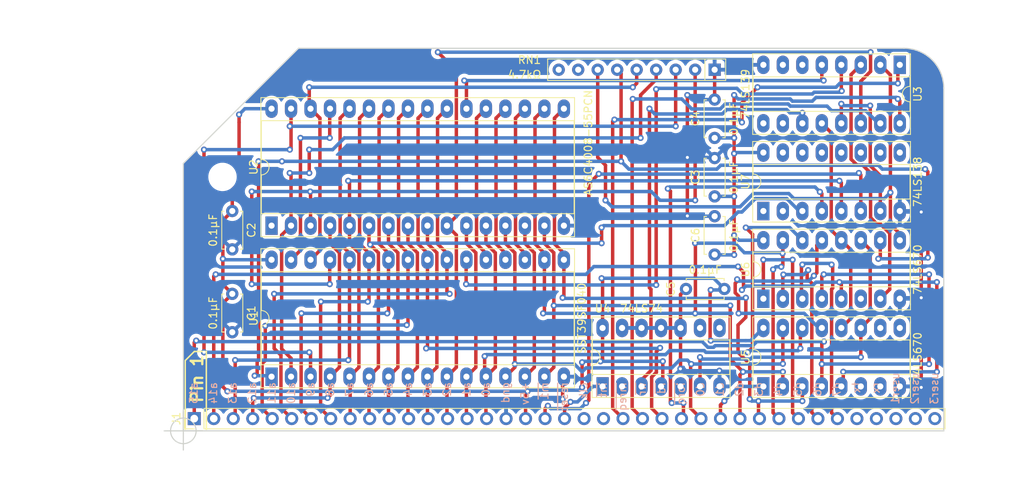
<source format=kicad_pcb>
(kicad_pcb (version 20221018) (generator pcbnew)
  (layers (0 "F.Cu" signal) (31 "B.Cu" signal) (34 "B.Paste" user) (35 "F.Paste" user) (36 "B.SilkS" user "B.Silkscreen") (37 "F.SilkS" user "F.Silkscreen") (38 "B.Mask" user) (39 "F.Mask" user) (44 "Edge.Cuts" user))
  (net 0 "")
  (net 1 "/a15")
  (net 2 "/a14")
  (net 3 "/a13")
  (net 4 "/a12")
  (net 5 "/a11")
  (net 6 "/a10")
  (net 7 "/a9")
  (net 8 "/a8")
  (net 9 "/a7")
  (net 10 "/a6")
  (net 11 "/a5")
  (net 12 "/a4")
  (net 13 "/a3")
  (net 14 "/a2")
  (net 15 "/a1")
  (net 16 "/a0")
  (net 17 "GND")
  (net 18 "+5V")
  (net 19 "/~{m1}")
  (net 20 "/~{reset}")
  (net 21 "/clk")
  (net 22 "/~{int}")
  (net 23 "/~{mreq}")
  (net 24 "/~{wr}")
  (net 25 "/~{rd}")
  (net 26 "/~{iorq}")
  (net 27 "/d0")
  (net 28 "/d1")
  (net 29 "/d2")
  (net 30 "/d3")
  (net 31 "/d4")
  (net 32 "/d5")
  (net 33 "/d6")
  (net 34 "/d7")
  (net 35 "/tx")
  (net 36 "/rx")
  (net 37 "/user1")
  (net 38 "/user2")
  (net 39 "/user3")
  (net 40 "/ma14")
  (net 41 "/ma15")
  (net 42 "/ma16")
  (net 43 "/ma17")
  (net 44 "/ma18")
  (net 45 "/ma19")
  (net 46 "/ma20")
  (net 47 "/ma21")
  (net 48 "/~{ROM_CS}")
  (net 50 "/~{RAM_CS}")
  (net 55 "/~{PGEN_WR}")
  (net 56 "/~{PAGE_WR}")
  (net 57 "/~{CS_CFG}")
  (net 60 "/~{PAGE_EN}")
  (footprint "Package_DIP:DIP-32_W15.24mm_Socket_LongPads" (layer "F.Cu") (at 114.975 87.63 90)
    (fp_text reference "U2")
    (fp_text value "AS6C4008-55PCN")
  )
  (footprint "Capacitor_THT:C_Disc_D4.7mm_W2.5mm_P5.00mm" (layer "F.Cu") (at 172.72 83.82 90)
    (fp_text reference "C3")
    (fp_text value "0.1µF")
  )
  (footprint "Resistor_THT:R_Array_SIP9" (layer "F.Cu") (at 172.72 67.31 180)
    (fp_text reference "RN1")
    (fp_text value "4.7kΩ")
  )
  (footprint "Connector_PinHeader_2.54mm:PinHeader_1x39_P2.54mm_Vertical" (layer "F.Cu") (at 104.902 112.776 90)
    (fp_text reference "J1")
    (fp_text value "RC2014_Bus")
  )
  (footprint "Capacitor_THT:C_Disc_D4.7mm_W2.5mm_P5.00mm" (layer "F.Cu") (at 172.72 76.2 90)
    (fp_text reference "C4")
    (fp_text value "0.1µF")
  )
  (footprint "Package_DIP:DIP-16_W7.62mm_Socket_LongPads" (layer "F.Cu") (at 179.07 97.155 90)
    (fp_text reference "U6")
    (fp_text value "74LS670")
  )
  (footprint "Package_DIP:DIP-16_W7.62mm_Socket_LongPads" (layer "F.Cu") (at 179.07 108.585 90)
    (fp_text reference "U5")
    (fp_text value "74LS670")
  )
  (footprint "Capacitor_THT:C_Disc_D4.7mm_W2.5mm_P5.00mm" (layer "F.Cu") (at 109.855 85.725 -90)
    (fp_text reference "C2")
    (fp_text value "0.1µF")
  )
  (footprint "Package_DIP:DIP-16_W7.62mm_Socket_LongPads" (layer "F.Cu") (at 196.85 66.675 -90)
    (fp_text reference "U3")
    (fp_text value "74LS139")
  )
  (footprint "Package_DIP:DIP-32_W15.24mm_Socket_LongPads" (layer "F.Cu") (at 114.975 107.315 90)
    (fp_text reference "U1")
    (fp_text value "SST39SF040")
  )
  (footprint "MountingHole:MountingHole_3.2mm_M3" (layer "F.Cu") (at 108.585 81.28)
    (fp_text reference "REF**" hide)
    (fp_text value "MountingHole_3.2mm_M3")
  )
  (footprint "Package_DIP:DIP-16_W7.62mm_Socket_LongPads" (layer "F.Cu") (at 179.07 85.725 90)
    (fp_text reference "U7")
    (fp_text value "74LS138")
  )
  (footprint "Capacitor_THT:C_Disc_D4.7mm_W2.5mm_P5.00mm" (layer "F.Cu") (at 172.72 91.4 90)
    (fp_text reference "C6")
    (fp_text value "0.1µF")
  )
  (footprint "Capacitor_THT:C_Disc_D4.7mm_W2.5mm_P5.00mm" (layer "F.Cu") (at 173.99 95.885 180)
    (fp_text reference "C5")
    (fp_text value "0.1µF")
  )
  (footprint "Capacitor_THT:C_Disc_D4.7mm_W2.5mm_P5.00mm" (layer "F.Cu") (at 109.855 96.52 -90)
    (fp_text reference "C1")
    (fp_text value "0.1µF")
  )
  (footprint "Package_DIP:DIP-14_W7.62mm_Socket_LongPads" (layer "F.Cu") (at 158.115 108.585 90)
    (fp_text reference "U4")
    (fp_text value "74LS74")
  )
  (gr_line (start 106.4768 114.14252) (end 106.51236 114.14252) (stroke (width 0.2)) (layer "F.SilkS"))
  (gr_line (start 106.4768 104.03078) (end 106.4768 114.14252) (stroke (width 0.2)) (layer "F.SilkS"))
  (gr_line (start 103.72598 114.14252) (end 103.72598 105.21188) (stroke (width 0.2)) (layer "F.SilkS"))
  (gr_line (start 103.72598 105.21188) (end 104.90708 104.03078) (stroke (width 0.2)) (layer "F.SilkS"))
  (gr_line (start 104.90708 104.03078) (end 106.4768 104.03078) (stroke (width 0.2)) (layer "F.SilkS"))
  (gr_arc (start 197.3994 64.516) (mid 201.062213 66.033187) (end 202.5794 69.696) (stroke (width 0.15)) (layer "Edge.Cuts"))
  (gr_line (start 103.4796 79.5274) (end 103.4796 114.3762) (stroke (width 0.15)) (layer "Edge.Cuts"))
  (gr_line (start 103.4796 114.3762) (end 202.581 114.3762) (stroke (width 0.15)) (layer "Edge.Cuts"))
  (gr_line (start 202.581 69.696) (end 202.581 114.3762) (stroke (width 0.15)) (layer "Edge.Cuts"))
  (gr_line (start 118.491 64.516) (end 103.4796 79.5274) (stroke (width 0.15)) (layer "Edge.Cuts"))
  (gr_line (start 197.3994 64.516) (end 118.491 64.516) (stroke (width 0.15)) (layer "Edge.Cuts"))
  (gr_text "d7" (at 189.23 107.95 90) (layer "B.SilkS") (effects (font (size 1 1)) (justify left bottom mirror)))
  (gr_text "a9" (at 120.65 107.95 90) (layer "B.SilkS") (effects (font (size 1 1)) (justify left bottom mirror)))
  (gr_text "a7" (at 125.73 107.95 90) (layer "B.SilkS") (effects (font (size 1 1)) (justify left bottom mirror)))
  (gr_text "d2" (at 176.53 107.95 90) (layer "B.SilkS") (effects (font (size 1 1)) (justify left bottom mirror)))
  (gr_text "a13" (at 110.49 107.95 90) (layer "B.SilkS") (effects (font (size 1 1)) (justify left bottom mirror)))
  (gr_text "gnd" (at 146.05 107.95 90) (layer "B.SilkS") (effects (font (size 1 1)) (justify left bottom mirror)))
  (gr_text "rx" (at 194.31 107.95 90) (layer "B.SilkS") (effects (font (size 1 1)) (justify left bottom mirror)))
  (gr_text "~{m1}" (at 151.13 107.95 90) (layer "B.SilkS") (effects (font (size 1 1)) (justify left bottom mirror)))
  (gr_text "~{rd}" (at 166.37 107.95 90) (layer "B.SilkS") (effects (font (size 1 1)) (justify left bottom mirror)))
  (gr_text "~{wr}\n" (at 163.83 107.95 90) (layer "B.SilkS") (effects (font (size 1 1)) (justify left bottom mirror)))
  (gr_text "d1" (at 173.99 107.95 90) (layer "B.SilkS") (effects (font (size 1 1)) (justify left bottom mirror)))
  (gr_text "a10" (at 118.11 107.95 90) (layer "B.SilkS") (effects (font (size 1 1)) (justify left bottom mirror)))
  (gr_text "d6" (at 186.69 107.95 90) (layer "B.SilkS") (effects (font (size 1 1)) (justify left bottom mirror)))
  (gr_text "user3" (at 201.93 106.68 90) (layer "B.SilkS") (effects (font (size 1 1)) (justify left bottom mirror)))
  (gr_text "clk" (at 156.21 107.95 90) (layer "B.SilkS") (effects (font (size 1 1)) (justify left bottom mirror)))
  (gr_text "a3" (at 135.89 107.95 90) (layer "B.SilkS") (effects (font (size 1 1)) (justify left bottom mirror)))
  (gr_text "user1" (at 196.85 106.68 90) (layer "B.SilkS") (effects (font (size 1 1)) (justify left bottom mirror)))
  (gr_text "a0" (at 143.51 107.95 90) (layer "B.SilkS") (effects (font (size 1 1)) (justify left bottom mirror)))
  (gr_text "d0" (at 171.45 107.95 90) (layer "B.SilkS") (effects (font (size 1 1)) (justify left bottom mirror)))
  (gr_text "a12" (at 113.03 107.95 90) (layer "B.SilkS") (effects (font (size 1 1)) (justify left bottom mirror)))
  (gr_text "~{iorq}" (at 168.91 107.95 90) (layer "B.SilkS") (effects (font (size 1 1)) (justify left bottom mirror)))
  (gr_text "user2" (at 199.39 106.68 90) (layer "B.SilkS") (effects (font (size 1 1)) (justify left bottom mirror)))
  (gr_text "a8" (at 123.19 107.95 90) (layer "B.SilkS") (effects (font (size 1 1)) (justify left bottom mirror)))
  (gr_text "a1" (at 140.97 107.95 90) (layer "B.SilkS") (effects (font (size 1 1)) (justify left bottom mirror)))
  (gr_text "~{int}" (at 158.75 107.95 90) (layer "B.SilkS") (effects (font (size 1 1)) (justify left bottom mirror)))
  (gr_text "~{reset}" (at 153.67 107.95 90) (layer "B.SilkS") (effects (font (size 1 1)) (justify left bottom mirror)))
  (gr_text "a15" (at 105.41 107.95 90) (layer "B.SilkS") (effects (font (size 1 1)) (justify left bottom mirror)))
  (gr_text "+5v" (at 148.59 107.95 90) (layer "B.SilkS") (effects (font (size 1 1)) (justify left bottom mirror)))
  (gr_text "a4" (at 133.35 107.95 90) (layer "B.SilkS") (effects (font (size 1 1)) (justify left bottom mirror)))
  (gr_text "a14" (at 107.95 107.95 90) (layer "B.SilkS") (effects (font (size 1 1)) (justify left bottom mirror)))
  (gr_text "a6" (at 128.27 107.95 90) (layer "B.SilkS") (effects (font (size 1 1)) (justify left bottom mirror)))
  (gr_text "a5" (at 130.81 107.95 90) (layer "B.SilkS") (effects (font (size 1 1)) (justify left bottom mirror)))
  (gr_text "tx" (at 191.77 107.95 90) (layer "B.SilkS") (effects (font (size 1 1)) (justify left bottom mirror)))
  (gr_text "d4" (at 181.61 107.95 90) (layer "B.SilkS") (effects (font (size 1 1)) (justify left bottom mirror)))
  (gr_text "a11" (at 115.57 107.95 90) (layer "B.SilkS") (effects (font (size 1 1)) (justify left bottom mirror)))
  (gr_text "~{mreq}\n" (at 161.29 107.95 90) (layer "B.SilkS") (effects (font (size 1 1)) (justify left bottom mirror)))
  (gr_text "d3" (at 179.07 107.95 90) (layer "B.SilkS") (effects (font (size 1 1)) (justify left bottom mirror)))
  (gr_text "d5" (at 184.15 107.95 90) (layer "B.SilkS") (effects (font (size 1 1)) (justify left bottom mirror)))
  (gr_text "a2" (at 138.43 107.95 90) (layer "B.SilkS") (effects (font (size 1 1)) (justify left bottom mirror)))
  (gr_text "Pin 1" (at 105.26268 107.61218 90) (layer "F.SilkS") (effects (font (size 1.5 1.5) (thickness 0.3))))
  (target plus (at 103.4796 114.3762) (size 5) (width 0.15) (layer "Edge.Cuts"))
  (segment (start 186.69 103.014985) (end 186.69 105.664) (width 0.45) (layer "F.Cu") (net 1))
  (segment (start 200.66 93.98) (end 200.66 105.664) (width 0.45) (layer "F.Cu") (net 1))
  (segment (start 186.69 94.234) (end 186.944 93.98) (width 0.45) (layer "F.Cu") (net 1))
  (segment (start 104.902 112.776) (end 104.902 102.87) (width 0.45) (layer "F.Cu") (net 1))
  (segment (start 186.69 97.155) (end 186.69 94.234) (width 0.45) (layer "F.Cu") (net 1))
  (segment (start 104.902 102.87) (end 105.156 102.616) (width 0.45) (layer "F.Cu") (net 1))
  (segment (start 186.968469 102.736516) (end 186.69 103.014985) (width 0.45) (layer "F.Cu") (net 1))
  (segment (start 186.69 105.664) (end 186.69 108.585) (width 0.45) (layer "F.Cu") (net 1))
  (via (at 186.968469 102.736516) (size 0.8) (drill 0.4) (layers "F.Cu" "B.Cu") (net 1))
  (via (at 200.66 105.664) (size 0.8) (drill 0.4) (layers "F.Cu" "B.Cu") (net 1))
  (via (at 200.66 93.98) (size 0.8) (drill 0.4) (layers "F.Cu" "B.Cu") (net 1))
  (via (at 105.156 102.616) (size 0.8) (drill 0.4) (layers "F.Cu" "B.Cu") (net 1))
  (via (at 186.69 105.664) (size 0.8) (drill 0.4) (layers "F.Cu" "B.Cu") (net 1))
  (via (at 186.944 93.98) (size 0.8) (drill 0.4) (layers "F.Cu" "B.Cu") (net 1))
  (segment (start 178.217723 102.736516) (end 186.968469 102.736516) (width 0.45) (layer "B.Cu") (net 1))
  (segment (start 171.095079 102.736516) (end 171.849563 103.491) (width 0.45) (layer "B.Cu") (net 1))
  (segment (start 105.156 102.616) (end 105.285 102.745) (width 0.45) (layer "B.Cu") (net 1))
  (segment (start 105.285 102.745) (end 165.186245 102.745) (width 0.45) (layer "B.Cu") (net 1))
  (segment (start 165.186245 102.745) (end 165.194729 102.736516) (width 0.45) (layer "B.Cu") (net 1))
  (segment (start 165.194729 102.736516) (end 171.095079 102.736516) (width 0.45) (layer "B.Cu") (net 1))
  (segment (start 172.799437 103.266) (end 177.688239 103.266) (width 0.45) (layer "B.Cu") (net 1))
  (segment (start 171.849563 103.491) (end 172.574437 103.491) (width 0.45) (layer "B.Cu") (net 1))
  (segment (start 172.574437 103.491) (end 172.799437 103.266) (width 0.45) (layer "B.Cu") (net 1))
  (segment (start 186.944 93.98) (end 200.66 93.98) (width 0.45) (layer "B.Cu") (net 1))
  (segment (start 200.66 105.664) (end 186.69 105.664) (width 0.45) (layer "B.Cu") (net 1))
  (segment (start 177.688239 103.266) (end 178.217723 102.736516) (width 0.45) (layer "B.Cu") (net 1))
  (segment (start 176.482281 95.805719) (end 176.482281 93.678281) (width 0.45) (layer "F.Cu") (net 2))
  (segment (start 189.23 97.155) (end 189.23 95.25) (width 0.45) (layer "F.Cu") (net 2))
  (segment (start 176.482281 93.678281) (end 175.768 92.964) (width 0.45) (layer "F.Cu") (net 2))
  (segment (start 201.676 94.996) (end 201.676 106.68) (width 0.45) (layer "F.Cu") (net 2))
  (segment (start 176.276 96.012) (end 176.482281 95.805719) (width 0.45) (layer "F.Cu") (net 2))
  (segment (start 189.23 95.25) (end 188.976 94.996) (width 0.45) (layer "F.Cu") (net 2))
  (segment (start 189.484 106.68) (end 189.484 108.331) (width 0.45) (layer "F.Cu") (net 2))
  (segment (start 107.442 94.234) (end 107.442 112.776) (width 0.45) (layer "F.Cu") (net 2))
  (segment (start 107.696 93.98) (end 107.442 94.234) (width 0.45) (layer "F.Cu") (net 2))
  (segment (start 189.484 108.331) (end 189.23 108.585) (width 0.45) (layer "F.Cu") (net 2))
  (via (at 201.676 106.68) (size 0.8) (drill 0.4) (layers "F.Cu" "B.Cu") (net 2))
  (via (at 189.484 106.68) (size 0.8) (drill 0.4) (layers "F.Cu" "B.Cu") (net 2))
  (via (at 188.976 94.996) (size 0.8) (drill 0.4) (layers "F.Cu" "B.Cu") (net 2))
  (via (at 201.676 94.996) (size 0.8) (drill 0.4) (layers "F.Cu" "B.Cu") (net 2))
  (via (at 176.276 96.012) (size 0.8) (drill 0.4) (layers "F.Cu" "B.Cu") (net 2))
  (via (at 175.768 92.964) (size 0.8) (drill 0.4) (layers "F.Cu" "B.Cu") (net 2))
  (via (at 107.696 93.98) (size 0.8) (drill 0.4) (layers "F.Cu" "B.Cu") (net 2))
  (segment (start 175.768 92.964) (end 156.972 92.964) (width 0.45) (layer "B.Cu") (net 2))
  (segment (start 188.976 94.996) (end 201.676 94.996) (width 0.45) (layer "B.Cu") (net 2))
  (segment (start 176.784 95.504) (end 176.276 96.012) (width 0.45) (layer "B.Cu") (net 2))
  (segment (start 185.928 94.996) (end 185.42 95.504) (width 0.45) (layer "B.Cu") (net 2))
  (segment (start 201.676 106.68) (end 189.484 106.68) (width 0.45) (layer "B.Cu") (net 2))
  (segment (start 155.956 93.98) (end 107.696 93.98) (width 0.45) (layer "B.Cu") (net 2))
  (segment (start 188.976 94.996) (end 185.928 94.996) (width 0.45) (layer "B.Cu") (net 2))
  (segment (start 156.972 92.964) (end 155.956 93.98) (width 0.45) (layer "B.Cu") (net 2))
  (segment (start 185.42 95.504) (end 176.784 95.504) (width 0.45) (layer "B.Cu") (net 2))
  (segment (start 123.91 90) (end 123.91 73.615) (width 0.45) (layer "F.Cu") (net 3))
  (segment (start 123.91 73.615) (end 125.135 72.39) (width 0.45) (layer "F.Cu") (net 3))
  (segment (start 125.135 104.989) (end 125.135 92.075) (width 0.45) (layer "F.Cu") (net 3))
  (segment (start 125.135 91.225) (end 123.91 90) (width 0.45) (layer "F.Cu") (net 3))
  (segment (start 125.135 92.075) (end 125.135 91.225) (width 0.45) (layer "F.Cu") (net 3))
  (segment (start 124.968 105.156) (end 125.135 104.989) (width 0.45) (layer "F.Cu") (net 3))
  (segment (start 110.236 112.522) (end 110.236 105.156) (width 0.45) (layer "F.Cu") (net 3))
  (segment (start 109.982 112.776) (end 110.236 112.522) (width 0.45) (layer "F.Cu") (net 3))
  (via (at 124.968 105.156) (size 0.8) (drill 0.4) (layers "F.Cu" "B.Cu") (net 3))
  (via (at 110.236 105.156) (size 0.8) (drill 0.4) (layers "F.Cu" "B.Cu") (net 3))
  (segment (start 110.236 105.156) (end 124.968 105.156) (width 0.45) (layer "B.Cu") (net 3))
  (segment (start 122.595 89.942588) (end 123.82 91.167588) (width 0.45) (layer "F.Cu") (net 4))
  (segment (start 112.522 110.238281) (end 112.665281 110.095) (width 0.45) (layer "F.Cu") (net 4))
  (segment (start 123.82 106.09) (end 122.595 107.315) (width 0.45) (layer "F.Cu") (net 4))
  (segment (start 122.595 109.760186) (end 122.273868 110.081318) (width 0.45) (layer "F.Cu") (net 4))
  (segment (start 112.522 112.776) (end 112.522 110.238281) (width 0.45) (layer "F.Cu") (net 4))
  (segment (start 122.595 87.63) (end 122.595 89.942588) (width 0.45) (layer "F.Cu") (net 4))
  (segment (start 123.82 91.167588) (end 123.82 106.09) (width 0.45) (layer "F.Cu") (net 4))
  (segment (start 122.595 107.315) (end 122.595 109.760186) (width 0.45) (layer "F.Cu") (net 4))
  (via (at 112.665281 110.095) (size 0.8) (drill 0.4) (layers "F.Cu" "B.Cu") (net 4))
  (via (at 122.273868 110.081318) (size 0.8) (drill 0.4) (layers "F.Cu" "B.Cu") (net 4))
  (segment (start 112.678963 110.081318) (end 112.665281 110.095) (width 0.45) (layer "B.Cu") (net 4))
  (segment (start 122.273868 110.081318) (end 112.678963 110.081318) (width 0.45) (layer "B.Cu") (net 4))
  (segment (start 131.53 73.615) (end 132.755 72.39) (width 0.45) (layer "F.Cu") (net 5))
  (segment (start 132.755 92.075) (end 132.755 91.225) (width 0.45) (layer "F.Cu") (net 5))
  (segment (start 132.755 100.417) (end 132.755 92.075) (width 0.45) (layer "F.Cu") (net 5))
  (segment (start 132.755 91.225) (end 131.53 90) (width 0.45) (layer "F.Cu") (net 5))
  (segment (start 114.159 105.200239) (end 114.159 100.694719) (width 0.45) (layer "F.Cu") (net 5))
  (segment (start 113.75 105.609239) (end 114.159 105.200239) (width 0.45) (layer "F.Cu") (net 5))
  (segment (start 113.75 111.464) (end 113.75 105.609239) (width 0.45) (layer "F.Cu") (net 5))
  (segment (start 131.53 90) (end 131.53 73.615) (width 0.45) (layer "F.Cu") (net 5))
  (segment (start 132.588 100.584) (end 132.755 100.417) (width 0.45) (layer "F.Cu") (net 5))
  (segment (start 115.062 112.776) (end 113.75 111.464) (width 0.45) (layer "F.Cu") (net 5))
  (via (at 132.588 100.584) (size 0.8) (drill 0.4) (layers "F.Cu" "B.Cu") (net 5))
  (via (at 114.159 100.694719) (size 0.8) (drill 0.4) (layers "F.Cu" "B.Cu") (net 5))
  (segment (start 132.588 100.584) (end 114.269719 100.584) (width 0.45) (layer "B.Cu") (net 5))
  (segment (start 114.269719 100.584) (end 114.159 100.694719) (width 0.45) (layer "B.Cu") (net 5))
  (segment (start 117.602 112.776) (end 116.2 111.374) (width 0.45) (layer "F.Cu") (net 6))
  (segment (start 115.316 103.632) (end 115.316 96.52) (width 0.45) (layer "F.Cu") (net 6))
  (segment (start 116.2 111.374) (end 116.2 104.516) (width 0.45) (layer "F.Cu") (net 6))
  (segment (start 137.835 96.179) (end 137.835 92.075) (width 0.45) (layer "F.Cu") (net 6))
  (segment (start 116.2 104.516) (end 115.316 103.632) (width 0.45) (layer "F.Cu") (net 6))
  (segment (start 136.61 73.615) (end 137.835 72.39) (width 0.45) (layer "F.Cu") (net 6))
  (segment (start 137.835 91.225) (end 136.61 90) (width 0.45) (layer "F.Cu") (net 6))
  (segment (start 138.176 96.52) (end 137.835 96.179) (width 0.45) (layer "F.Cu") (net 6))
  (segment (start 136.61 90) (end 136.61 73.615) (width 0.45) (layer "F.Cu") (net 6))
  (segment (start 137.835 92.075) (end 137.835 91.225) (width 0.45) (layer "F.Cu") (net 6))
  (via (at 138.176 96.52) (size 0.8) (drill 0.4) (layers "F.Cu" "B.Cu") (net 6))
  (via (at 115.316 96.52) (size 0.8) (drill 0.4) (layers "F.Cu" "B.Cu") (net 6))
  (segment (start 115.316 96.52) (end 138.176 96.52) (width 0.45) (layer "B.Cu") (net 6))
  (segment (start 130.215 98.893) (end 130.215 92.075) (width 0.45) (layer "F.Cu") (net 7))
  (segment (start 128.99 90) (end 128.99 73.615) (width 0.45) (layer "F.Cu") (net 7))
  (segment (start 118.83 99.102) (end 118.872 99.06) (width 0.45) (layer "F.Cu") (net 7))
  (segment (start 128.99 73.615) (end 130.215 72.39) (width 0.45) (layer "F.Cu") (net 7))
  (segment (start 120.142 112.776) (end 118.83 111.464) (width 0.45) (layer "F.Cu") (net 7))
  (segment (start 130.215 92.075) (end 130.215 91.225) (width 0.45) (layer "F.Cu") (net 7))
  (segment (start 130.215 91.225) (end 128.99 90) (width 0.45) (layer "F.Cu") (net 7))
  (segment (start 130.048 99.06) (end 130.215 98.893) (width 0.45) (layer "F.Cu") (net 7))
  (segment (start 118.83 111.464) (end 118.83 99.102) (width 0.45) (layer "F.Cu") (net 7))
  (via (at 130.048 99.06) (size 0.8) (drill 0.4) (layers "F.Cu" "B.Cu") (net 7))
  (via (at 118.872 99.06) (size 0.8) (drill 0.4) (layers "F.Cu" "B.Cu") (net 7))
  (segment (start 118.872 99.06) (end 130.048 99.06) (width 0.45) (layer "B.Cu") (net 7))
  (segment (start 126.45 90) (end 126.45 73.615) (width 0.45) (layer "F.Cu") (net 8))
  (segment (start 127.675 91.225) (end 126.45 90) (width 0.45) (layer "F.Cu") (net 8))
  (segment (start 127.675 97.369) (end 127.675 92.075) (width 0.45) (layer "F.Cu") (net 8))
  (segment (start 126.45 73.615) (end 127.675 72.39) (width 0.45) (layer "F.Cu") (net 8))
  (segment (start 122.682 112.776) (end 121.37 111.464) (width 0.45) (layer "F.Cu") (net 8))
  (segment (start 121.37 97.578) (end 121.412 97.536) (width 0.45) (layer "F.Cu") (net 8))
  (segment (start 127.508 97.536) (end 127.675 97.369) (width 0.45) (layer "F.Cu") (net 8))
  (segment (start 121.37 111.464) (end 121.37 97.578) (width 0.45) (layer "F.Cu") (net 8))
  (segment (start 127.675 92.075) (end 127.675 91.225) (width 0.45) (layer "F.Cu") (net 8))
  (via (at 127.508 97.536) (size 0.8) (drill 0.4) (layers "F.Cu" "B.Cu") (net 8))
  (via (at 121.412 97.536) (size 0.8) (drill 0.4) (layers "F.Cu" "B.Cu") (net 8))
  (segment (start 121.412 97.536) (end 127.508 97.536) (width 0.45) (layer "B.Cu") (net 8))
  (segment (start 125.135 87.63) (end 125.135 89.942588) (width 0.45) (layer "F.Cu") (net 9))
  (segment (start 125.135 81.955) (end 125.135 87.63) (width 0.45) (layer "F.Cu") (net 9))
  (segment (start 126.36 91.167588) (end 126.36 106.09) (width 0.45) (layer "F.Cu") (net 9))
  (segment (start 125.135 89.942588) (end 126.36 91.167588) (width 0.45) (layer "F.Cu") (net 9))
  (segment (start 189.23 82.042) (end 188.976 81.788) (width 0.45) (layer "F.Cu") (net 9))
  (segment (start 124.968 81.788) (end 125.135 81.955) (width 0.45) (layer "F.Cu") (net 9))
  (segment (start 125.222 112.776) (end 125.222 107.402) (width 0.45) (layer "F.Cu") (net 9))
  (segment (start 125.222 107.402) (end 125.135 107.315) (width 0.45) (layer "F.Cu") (net 9))
  (segment (start 126.36 106.09) (end 125.135 107.315) (width 0.45) (layer "F.Cu") (net 9))
  (segment (start 189.23 85.725) (end 189.23 82.042) (width 0.45) (layer "F.Cu") (net 9))
  (via (at 188.976 81.788) (size 0.8) (drill 0.4) (layers "F.Cu" "B.Cu") (net 9))
  (via (at 124.968 81.788) (size 0.8) (drill 0.4) (layers "F.Cu" "B.Cu") (net 9))
  (segment (start 188.976 81.788) (end 124.968 81.788) (width 0.45) (layer "B.Cu") (net 9))
  (segment (start 127.675 87.63) (end 127.675 89.942588) (width 0.45) (layer "F.Cu") (net 10))
  (segment (start 157.988 87.884) (end 157.988 89.916) (width 0.45) (layer "F.Cu") (net 10))
  (segment (start 127.675 107.315) (end 127.675 112.689) (width 0.45) (layer "F.Cu") (net 10))
  (segment (start 127.675 112.689) (end 127.762 112.776) (width 0.45) (layer "F.Cu") (net 10))
  (segment (start 128.9 91.167588) (end 128.9 106.09) (width 0.45) (layer "F.Cu") (net 10))
  (segment (start 127.832206 90.099794) (end 128.9 91.167588) (width 0.45) (layer "F.Cu") (net 10))
  (segment (start 128.9 106.09) (end 127.675 107.315) (width 0.45) (layer "F.Cu") (net 10))
  (segment (start 127.675 89.942588) (end 127.832206 90.099794) (width 0.45) (layer "F.Cu") (net 10))
  (via (at 157.988 89.916) (size 0.8) (drill 0.4) (layers "F.Cu" "B.Cu") (net 10))
  (via (at 157.988 87.884) (size 0.8) (drill 0.4) (layers "F.Cu" "B.Cu") (net 10))
  (via (at 127.832206 90.099794) (size 0.8) (drill 0.4) (layers "F.Cu" "B.Cu") (net 10))
  (segment (start 184.15 85.725) (end 183.742412 85.725) (width 0.45) (layer "B.Cu") (net 10))
  (segment (start 128.016 89.916) (end 127.832206 90.099794) (width 0.45) (layer "B.Cu") (net 10))
  (segment (start 178.028 84.1) (end 176.276 85.852) (width 0.45) (layer "B.Cu") (net 10))
  (segment (start 173.995 87.625) (end 158.247 87.625) (width 0.45) (layer "B.Cu") (net 10))
  (segment (start 157.988 89.916) (end 128.016 89.916) (width 0.45) (layer "B.Cu") (net 10))
  (segment (start 175.768 85.852) (end 173.995 87.625) (width 0.45) (layer "B.Cu") (net 10))
  (segment (start 183.742412 85.725) (end 182.117412 84.1) (width 0.45) (layer "B.Cu") (net 10))
  (segment (start 158.247 87.625) (end 157.988 87.884) (width 0.45) (layer "B.Cu") (net 10))
  (segment (start 182.117412 84.1) (end 178.028 84.1) (width 0.45) (layer "B.Cu") (net 10))
  (segment (start 176.276 85.852) (end 175.768 85.852) (width 0.45) (layer "B.Cu") (net 10))
  (segment (start 130.215 89.942588) (end 131.44 91.167588) (width 0.45) (layer "F.Cu") (net 11))
  (segment (start 130.215 87.63) (end 130.215 89.942588) (width 0.45) (layer "F.Cu") (net 11))
  (segment (start 130.215 112.689) (end 130.302 112.776) (width 0.45) (layer "F.Cu") (net 11))
  (segment (start 130.215 107.315) (end 130.215 112.689) (width 0.45) (layer "F.Cu") (net 11))
  (segment (start 131.44 106.09) (end 130.215 107.315) (width 0.45) (layer "F.Cu") (net 11))
  (segment (start 131.44 91.167588) (end 131.44 106.09) (width 0.45) (layer "F.Cu") (net 11))
  (segment (start 132.755 87.63) (end 132.755 89.942588) (width 0.45) (layer "F.Cu") (net 12))
  (segment (start 132.755 89.942588) (end 133.98 91.167588) (width 0.45) (layer "F.Cu") (net 12))
  (segment (start 132.755 112.689) (end 132.842 112.776) (width 0.45) (layer "F.Cu") (net 12))
  (segment (start 133.98 106.09) (end 132.755 107.315) (width 0.45) (layer "F.Cu") (net 12))
  (segment (start 133.98 91.167588) (end 133.98 106.09) (width 0.45) (layer "F.Cu") (net 12))
  (segment (start 132.755 107.315) (end 132.755 112.689) (width 0.45) (layer "F.Cu") (net 12))
  (segment (start 136.52 106.09) (end 135.295 107.315) (width 0.45) (layer "F.Cu") (net 13))
  (segment (start 135.295 89.942588) (end 136.52 91.167588) (width 0.45) (layer "F.Cu") (net 13))
  (segment (start 135.295 112.689) (end 135.382 112.776) (width 0.45) (layer "F.Cu") (net 13))
  (segment (start 136.52 91.167588) (end 136.52 106.09) (width 0.45) (layer "F.Cu") (net 13))
  (segment (start 135.295 107.315) (end 135.295 112.689) (width 0.45) (layer "F.Cu") (net 13))
  (segment (start 135.295 87.63) (end 135.295 89.942588) (width 0.45) (layer "F.Cu") (net 13))
  (segment (start 139.06 106.09) (end 137.835 107.315) (width 0.45) (layer "F.Cu") (net 14))
  (segment (start 191.77 74.295) (end 191.77 68.807412) (width 0.45) (layer "F.Cu") (net 14))
  (segment (start 139.06 88.855) (end 139.06 106.09) (width 0.45) (layer "F.Cu") (net 14))
  (segment (start 137.835 112.689) (end 137.922 112.776) (width 0.45) (layer "F.Cu") (net 14))
  (segment (start 139.06 86.405) (end 137.835 87.63) (width 0.45) (layer "F.Cu") (net 14))
  (segment (start 191.77 68.807412) (end 193.04 67.537412) (width 0.45) (layer "F.Cu") (net 14))
  (segment (start 139.06 67.432) (end 139.06 86.405) (width 0.45) (layer "F.Cu") (net 14))
  (segment (start 136.652 65.024) (end 139.06 67.432) (width 0.45) (layer "F.Cu") (net 14))
  (segment (start 193.04 67.537412) (end 193.04 65.024) (width 0.45) (layer "F.Cu") (net 14))
  (segment (start 137.835 107.315) (end 137.835 112.689) (width 0.45) (layer "F.Cu") (net 14))
  (segment (start 137.835 87.63) (end 139.06 88.855) (width 0.45) (layer "F.Cu") (net 14))
  (via (at 136.652 65.024) (size 0.8) (drill 0.4) (layers "F.Cu" "B.Cu") (net 14))
  (via (at 193.04 65.024) (size 0.8) (drill 0.4) (layers "F.Cu" "B.Cu") (net 14))
  (segment (start 193.04 65.024) (end 136.652 65.024) (width 0.45) (layer "B.Cu") (net 14))
  (segment (start 186.69 89.535) (end 186.04 90.185) (width 0.45) (layer "F.Cu") (net 15))
  (segment (start 175.657281 94.885281) (end 175.401 95.141562) (width 0.45) (layer "F.Cu") (net 15))
  (segment (start 141.6 91.167588) (end 141.6 106.09) (width 0.45) (layer "F.Cu") (net 15))
  (segment (start 140.375 112.689) (end 140.462 112.776) (width 0.45) (layer "F.Cu") (net 15))
  (segment (start 140.375 107.315) (end 140.375 112.689) (width 0.45) (layer "F.Cu") (net 15))
  (segment (start 175.401 95.141562) (end 175.401 96.374437) (width 0.45) (layer "F.Cu") (net 15))
  (segment (start 140.375 87.63) (end 140.375 89.942588) (width 0.45) (layer "F.Cu") (net 15))
  (segment (start 175.843273 96.81671) (end 175.843273 99.06) (width 0.45) (layer "F.Cu") (net 15))
  (segment (start 175.401 96.374437) (end 175.843273 96.81671) (width 0.45) (layer "F.Cu") (net 15))
  (segment (start 175.657281 94.629) (end 175.657281 94.885281) (width 0.45) (layer "F.Cu") (net 15))
  (segment (start 186.04 90.185) (end 186.04 93.778969) (width 0.45) (layer "F.Cu") (net 15))
  (segment (start 186.04 93.778969) (end 185.653944 94.165025) (width 0.45) (layer "F.Cu") (net 15))
  (segment (start 141.6 106.09) (end 140.375 107.315) (width 0.45) (layer "F.Cu") (net 15))
  (segment (start 140.375 89.942588) (end 141.6 91.167588) (width 0.45) (layer "F.Cu") (net 15))
  (via (at 175.657281 94.629) (size 0.8) (drill 0.4) (layers "F.Cu" "B.Cu") (net 15))
  (via (at 175.843273 99.06) (size 0.8) (drill 0.4) (layers "F.Cu" "B.Cu") (net 15))
  (via (at 185.653944 94.165025) (size 0.8) (drill 0.4) (layers "F.Cu" "B.Cu") (net 15))
  (segment (start 184.964969 94.854) (end 175.882281 94.854) (width 0.45) (layer "B.Cu") (net 15))
  (segment (start 184.385 99.06) (end 175.843273 99.06) (width 0.45) (layer "B.Cu") (net 15))
  (segment (start 186.29 100.965) (end 184.385 99.06) (width 0.45) (layer "B.Cu") (net 15))
  (segment (start 175.882281 94.854) (end 175.657281 94.629) (width 0.45) (layer "B.Cu") (net 15))
  (segment (start 185.653944 94.165025) (end 184.964969 94.854) (width 0.45) (layer "B.Cu") (net 15))
  (segment (start 186.69 100.965) (end 186.29 100.965) (width 0.45) (layer "B.Cu") (net 15))
  (segment (start 144.14 106.09) (end 144.14 91.167588) (width 0.45) (layer "F.Cu") (net 16))
  (segment (start 144.14 91.167588) (end 142.915 89.942588) (width 0.45) (layer "F.Cu") (net 16))
  (segment (start 142.748 104.648) (end 142.748 107.148) (width 0.45) (layer "F.Cu") (net 16))
  (segment (start 142.915 107.315) (end 144.14 106.09) (width 0.45) (layer "F.Cu") (net 16))
  (segment (start 142.915 112.689) (end 143.002 112.776) (width 0.45) (layer "F.Cu") (net 16))
  (segment (start 183.896 103.632) (end 183.896 101.219) (width 0.45) (layer "F.Cu") (net 16))
  (segment (start 142.915 89.942588) (end 142.915 87.63) (width 0.45) (layer "F.Cu") (net 16))
  (segment (start 177.659 103.515255) (end 177.033255 104.141) (width 0.45) (layer "F.Cu") (net 16))
  (segment (start 176.784 87.884) (end 177.659 88.759) (width 0.45) (layer "F.Cu") (net 16))
  (segment (start 183.896 101.219) (end 184.15 100.965) (width 0.45) (layer "F.Cu") (net 16))
  (segment (start 177.659 88.759) (end 177.659 103.515255) (width 0.45) (layer "F.Cu") (net 16))
  (segment (start 142.915 107.315) (end 142.915 112.689) (width 0.45) (layer "F.Cu") (net 16))
  (segment (start 142.748 107.148) (end 142.915 107.315) (width 0.45) (layer "F.Cu") (net 16))
  (via (at 142.748 104.648) (size 0.8) (drill 0.4) (layers "F.Cu" "B.Cu") (net 16))
  (via (at 183.896 103.632) (size 0.8) (drill 0.4) (layers "F.Cu" "B.Cu") (net 16))
  (via (at 177.033255 104.141) (size 0.8) (drill 0.4) (layers "F.Cu" "B.Cu") (net 16))
  (via (at 176.784 87.884) (size 0.8) (drill 0.4) (layers "F.Cu" "B.Cu") (net 16))
  (segment (start 166.843987 103.916) (end 171.355325 103.916) (width 0.45) (layer "B.Cu") (net 16))
  (segment (start 142.748 104.648) (end 142.960318 104.435682) (width 0.45) (layer "B.Cu") (net 16))
  (segment (start 177.258255 103.916) (end 177.033255 104.141) (width 0.45) (layer "B.Cu") (net 16))
  (segment (start 171.580325 104.141) (end 177.033255 104.141) (width 0.45) (layer "B.Cu") (net 16))
  (segment (start 182.499 87.884) (end 176.784 87.884) (width 0.45) (layer "B.Cu") (net 16))
  (segment (start 166.324305 104.435682) (end 166.843987 103.916) (width 0.45) (layer "B.Cu") (net 16))
  (segment (start 183.896 103.632) (end 183.612 103.916) (width 0.45) (layer "B.Cu") (net 16))
  (segment (start 142.960318 104.435682) (end 166.324305 104.435682) (width 0.45) (layer "B.Cu") (net 16))
  (segment (start 183.612 103.916) (end 177.258255 103.916) (width 0.45) (layer "B.Cu") (net 16))
  (segment (start 184.15 89.535) (end 182.499 87.884) (width 0.45) (layer "B.Cu") (net 16))
  (segment (start 171.355325 103.916) (end 171.580325 104.141) (width 0.45) (layer "B.Cu") (net 16))
  (segment (start 173.355 108.585) (end 173.355 106.555281) (width 0.45) (layer "F.Cu") (net 17))
  (segment (start 199.644 97.028) (end 199.644 85.852) (width 0.45) (layer "F.Cu") (net 17))
  (segment (start 172.72 71.2) (end 172.72 67.31) (width 0.45) (layer "F.Cu") (net 17))
  (segment (start 199.644 108.712) (end 199.644 97.028) (width 0.45) (layer "F.Cu") (net 17))
  (segment (start 168.275 100.965) (end 168.275 96.6) (width 0.45) (layer "F.Cu") (net 17))
  (segment (start 169.164 86.36) (end 169.164 78.74) (width 0.45) (layer "F.Cu") (net 17))
  (segment (start 173.355 106.555281) (end 173.338719 106.539) (width 0.45) (layer "F.Cu") (net 17))
  (segment (start 168.275 100.965) (end 168.275 106.266438) (width 0.45) (layer "F.Cu") (net 17))
  (segment (start 152.908 110.236) (end 152.908 107.482) (width 0.45) (layer "F.Cu") (net 17))
  (segment (start 168.275 96.6) (end 168.99 95.885) (width 0.45) (layer "F.Cu") (net 17))
  (segment (start 168.275 106.266438) (end 168.258719 106.282719) (width 0.45) (layer "F.Cu") (net 17))
  (segment (start 152.908 107.482) (end 153.075 107.315) (width 0.45) (layer "F.Cu") (net 17))
  (segment (start 169.164 70.612) (end 169.164 78.74) (width 0.45) (layer "F.Cu") (net 17))
  (segment (start 173.482 108.712) (end 173.355 108.585) (width 0.45) (layer "F.Cu") (net 17))
  (via (at 169.164 78.74) (size 0.8) (drill 0.4) (layers "F.Cu" "B.Cu") (net 17))
  (via (at 173.338719 106.539) (size 0.8) (drill 0.4) (layers "F.Cu" "B.Cu") (net 17))
  (via (at 199.644 108.712) (size 0.8) (drill 0.4) (layers "F.Cu" "B.Cu") (net 17))
  (via (at 199.644 97.028) (size 0.8) (drill 0.4) (layers "F.Cu" "B.Cu") (net 17))
  (via (at 168.258719 106.282719) (size 0.8) (drill 0.4) (layers "F.Cu" "B.Cu") (net 17))
  (via (at 199.644 85.852) (size 0.8) (drill 0.4) (layers "F.Cu" "B.Cu") (net 17))
  (via (at 152.908 110.236) (size 0.8) (drill 0.4) (layers "F.Cu" "B.Cu") (net 17))
  (via (at 169.164 86.36) (size 0.8) (drill 0.4) (layers "F.Cu" "B.Cu") (net 17))
  (via (at 169.164 70.612) (size 0.8) (drill 0.4) (layers "F.Cu" "B.Cu") (net 17))
  (segment (start 199.644 97.028) (end 196.977 97.028) (width 0.45) (layer "B.Cu") (net 17))
  (segment (start 196.85 108.585) (end 199.517 108.585) (width 0.45) (layer "B.Cu") (net 17))
  (segment (start 172.64 78.74) (end 172.72 78.82) (width 0.45) (layer "B.Cu") (net 17))
  (segment (start 199.644 85.852) (end 196.977 85.852) (width 0.45) (layer "B.Cu") (net 17))
  (segment (start 199.517 108.585) (end 199.644 108.712) (width 0.45) (layer "B.Cu") (net 17))
  (segment (start 145.796 110.236) (end 152.908 110.236) (width 0.45) (layer "B.Cu") (net 17))
  (segment (start 172.72 86.4) (end 169.204 86.4) (width 0.45) (layer "B.Cu") (net 17))
  (segment (start 172.72 71.2) (end 169.752 71.2) (width 0.45) (layer "B.Cu") (net 17))
  (segment (start 196.977 97.028) (end 196.85 97.155) (width 0.45) (layer "B.Cu") (net 17))
  (segment (start 145.542 112.776) (end 145.542 110.49) (width 0.45) (layer "B.Cu") (net 17))
  (segment (start 145.542 110.49) (end 145.796 110.236) (width 0.45) (layer "B.Cu") (net 17))
  (segment (start 169.164 78.74) (end 172.64 78.74) (width 0.45) (layer "B.Cu") (net 17))
  (segment (start 169.204 86.4) (end 169.164 86.36) (width 0.45) (layer "B.Cu") (net 17))
  (segment (start 168.515 106.539) (end 168.258719 106.282719) (width 0.45) (layer "B.Cu") (net 17))
  (segment (start 173.338719 106.539) (end 168.515 106.539) (width 0.45) (layer "B.Cu") (net 17))
  (segment (start 169.752 71.2) (end 169.164 70.612) (width 0.45) (layer "B.Cu") (net 17))
  (segment (start 196.977 85.852) (end 196.85 85.725) (width 0.45) (layer "B.Cu") (net 17))
  (segment (start 172.13 102.534) (end 172.13 96.094) (width 0.45) (layer "F.Cu") (net 18))
  (segment (start 155.448 108.712) (end 155.448 105.664) (width 0.45) (layer "F.Cu") (net 18))
  (segment (start 109.855 82.944493) (end 110.744 82.055493) (width 0.45) (layer "F.Cu") (net 18))
  (segment (start 175.26 83.82) (end 175.26 78.232) (width 0.45) (layer "F.Cu") (net 18))
  (segment (start 175.26 88.9) (end 175.26 91.44) (width 0.45) (layer "F.Cu") (net 18))
  (segment (start 108.63 95.295) (end 108.63 86.95) (width 0.45) (layer "F.Cu") (net 18))
  (segment (start 157.988 94.488) (end 158.115 94.615) (width 0.45) (layer "F.Cu") (net 18))
  (segment (start 108.63 97.745) (end 109.855 96.52) (width 0.45) (layer "F.Cu") (net 18))
  (segment (start 158.115 100.965) (end 158.115 105.02955) (width 0.45) (layer "F.Cu") (net 18))
  (segment (start 165.961868 108.358132) (end 165.961868 105.310682) (width 0.45) (layer "F.Cu") (net 18))
  (segment (start 108.63 86.95) (end 109.855 85.725) (width 0.45) (layer "F.Cu") (net 18))
  (segment (start 109.855 85.725) (end 109.855 82.944493) (width 0.45) (layer "F.Cu") (net 18))
  (segment (start 158.115 94.615) (end 158.115 100.965) (width 0.45) (layer "F.Cu") (net 18))
  (segment (start 175.26 78.232) (end 175.26 76.2) (width 0.45) (layer "F.Cu") (net 18))
  (segment (start 110.744 82.055493) (end 110.744 74.168) (width 0.45) (layer "F.Cu") (net 18))
  (segment (start 172.13 96.094) (end 172.212 96.012) (width 0.45) (layer "F.Cu") (net 18))
  (segment (start 109.855 96.52) (end 108.63 95.295) (width 0.45) (layer "F.Cu") (net 18))
  (segment (start 155.448 105.664) (end 155.448 105.442562) (width 0.45) (layer "F.Cu") (net 18))
  (segment (start 175.26 70.612) (end 175.26 76.2) (width 0.45) (layer "F.Cu") (net 18))
  (segment (start 148.082 109.474) (end 148.336 109.22) (width 0.45) (layer "F.Cu") (net 18))
  (segment (start 196.85 74.295) (end 196.85 71.374) (width 0.45) (layer "F.Cu") (net 18))
  (segment (start 165.735 108.585) (end 165.961868 108.358132) (width 0.45) (layer "F.Cu") (net 18))
  (segment (start 108.63 108.63) (end 108.63 97.745) (width 0.45) (layer "F.Cu") (net 18))
  (segment (start 158.115 105.02955) (end 157.833868 105.310682) (width 0.45) (layer "F.Cu") (net 18))
  (segment (start 172.212 102.616) (end 172.13 102.534) (width 0.45) (layer "F.Cu") (net 18))
  (segment (start 175.26 83.82) (end 175.26 88.9) (width 0.45) (layer "F.Cu") (net 18))
  (segment (start 148.082 112.776) (end 148.082 109.474) (width 0.45) (layer "F.Cu") (net 18))
  (segment (start 196.85 71.374) (end 196.596 71.12) (width 0.45) (layer "F.Cu") (net 18))
  (segment (start 109.22 109.22) (end 108.63 108.63) (width 0.45) (layer "F.Cu") (net 18))
  (segment (start 110.744 74.168) (end 110.744 73.152) (width 0.45) (layer "F.Cu") (net 18))
  (via (at 175.26 91.44) (size 0.8) (drill 0.4) (layers "F.Cu" "B.Cu") (net 18))
  (via (at 155.448 108.712) (size 0.8) (drill 0.4) (layers "F.Cu" "B.Cu") (net 18))
  (via (at 172.212 102.616) (size 0.8) (drill 0.4) (layers "F.Cu" "B.Cu") (net 18))
  (via (at 175.26 76.2) (size 0.8) (drill 0.4) (layers "F.Cu" "B.Cu") (net 18))
  (via (at 148.336 109.22) (size 0.8) (drill 0.4) (layers "F.Cu" "B.Cu") (net 18))
  (via (at 157.833868 105.310682) (size 0.8) (drill 0.4) (layers "F.Cu" "B.Cu") (net 18))
  (via (at 196.596 71.12) (size 0.8) (drill 0.4) (layers "F.Cu" "B.Cu") (net 18))
  (via (at 109.22 109.22) (size 0.8) (drill 0.4) (layers "F.Cu" "B.Cu") (net 18))
  (via (at 155.448 105.442562) (size 0.8) (drill 0.4) (layers "F.Cu" "B.Cu") (net 18))
  (via (at 165.961868 105.310682) (size 0.8) (drill 0.4) (layers "F.Cu" "B.Cu") (net 18))
  (via (at 110.744 73.152) (size 0.8) (drill 0.4) (layers "F.Cu" "B.Cu") (net 18))
  (via (at 157.988 94.488) (size 0.8) (drill 0.4) (layers "F.Cu" "B.Cu") (net 18))
  (via (at 108.63 91.948) (size 0.8) (drill 0.4) (layers "F.Cu" "B.Cu") (net 18))
  (via (at 172.212 96.012) (size 0.8) (drill 0.4) (layers "F.Cu" "B.Cu") (net 18))
  (via (at 175.26 70.612) (size 0.8) (drill 0.4) (layers "F.Cu" "B.Cu") (net 18))
  (via (at 175.26 83.82) (size 0.8) (drill 0.4) (layers "F.Cu" "B.Cu") (net 18))
  (via (at 175.26 78.232) (size 0.8) (drill 0.4) (layers "F.Cu" "B.Cu") (net 18))
  (via (at 175.26 88.9) (size 0.8) (drill 0.4) (layers "F.Cu" "B.Cu") (net 18))
  (segment (start 175.895 89.535) (end 175.26 88.9) (width 0.45) (layer "B.Cu") (net 18))
  (segment (start 148.336 109.22) (end 109.22 109.22) (width 0.45) (layer "B.Cu") (net 18))
  (segment (start 175.26 91.44) (end 172.76 91.44) (width 0.45) (layer "B.Cu") (net 18))
  (segment (start 179.07 100.965) (end 177.419 102.616) (width 0.45) (layer "B.Cu") (net 18))
  (segment (start 173.863 96.012) (end 173.99 95.885) (width 0.45) (layer "B.Cu") (net 18))
  (segment (start 182.849523 71.404) (end 182.566523 71.121) (width 0.45) (layer "B.Cu") (net 18))
  (segment (start 175.26 76.2) (end 172.72 76.2) (width 0.45) (layer "B.Cu") (net 18))
  (segment (start 175.769 71.121) (end 175.26 70.612) (width 0.45) (layer "B.Cu") (net 18))
  (segment (start 108.757 92.075) (end 108.63 91.948) (width 0.45) (layer "B.Cu") (net 18))
  (segment (start 185.450477 71.404) (end 182.849523 71.404) (width 0.45) (layer "B.Cu") (net 18))
  (segment (start 155.082 109.078) (end 155.448 108.712) (width 0.45) (layer "B.Cu") (net 18))
  (segment (start 177.419 102.616) (end 176.784 102.616) (width 0.45) (layer "B.Cu") (net 18))
  (segment (start 110.744 73.152) (end 111.506 72.39) (width 0.45) (layer "B.Cu") (net 18))
  (segment (start 172.72 83.82) (end 175.26 83.82) (width 0.45) (layer "B.Cu") (net 18))
  (segment (start 179.07 78.105) (end 175.387 78.105) (width 0.45) (layer "B.Cu") (net 18))
  (segment (start 172.212 96.012) (end 173.863 96.012) (width 0.45) (layer "B.Cu") (net 18))
  (segment (start 173.99 95.885) (end 172.593 94.488) (width 0.45) (layer "B.Cu") (net 18))
  (segment (start 179.07 89.535) (end 175.895 89.535) (width 0.45) (layer "B.Cu") (net 18))
  (segment (start 175.387 78.105) (end 175.26 78.232) (width 0.45) (layer "B.Cu") (net 18))
  (segment (start 114.975 92.075) (end 108.757 92.075) (width 0.45) (layer "B.Cu") (net 18))
  (segment (start 172.593 94.488) (end 157.988 94.488) (width 0.45) (layer "B.Cu") (net 18))
  (segment (start 148.478 109.078) (end 155.082 109.078) (width 0.45) (layer "B.Cu") (net 18))
  (segment (start 172.76 91.44) (end 172.72 91.4) (width 0.45) (layer "B.Cu") (net 18))
  (segment (start 155.57988 105.310682) (end 155.448 105.442562) (width 0.45) (layer "B.Cu") (net 18))
  (segment (start 157.833868 105.310682) (end 155.57988 105.310682) (width 0.45) (layer "B.Cu") (net 18))
  (segment (start 196.396 70.92) (end 185.934477 70.92) (width 0.45) (layer "B.Cu") (net 18))
  (segment (start 182.566523 71.121) (end 175.769 71.121) (width 0.45) (layer "B.Cu") (net 18))
  (segment (start 148.336 109.22) (end 148.478 109.078) (width 0.45) (layer "B.Cu") (net 18))
  (segment (start 176.784 102.616) (end 172.212 102.616) (width 0.45) (layer "B.Cu") (net 18))
  (segment (start 111.506 72.39) (end 114.975 72.39) (width 0.45) (layer "B.Cu") (net 18))
  (segment (start 165.961868 105.310682) (end 157.833868 105.310682) (width 0.45) (layer "B.Cu") (net 18))
  (segment (start 185.934477 70.92) (end 185.450477 71.404) (width 0.45) (layer "B.Cu") (net 18))
  (segment (start 196.596 71.12) (end 196.396 70.92) (width 0.45) (layer "B.Cu") (net 18))
  (segment (start 191.77 85.725) (end 191.77 81.026) (width 0.45) (layer "F.Cu") (net 19))
  (segment (start 155.956 110.744) (end 156.323 110.377) (width 0.45) (layer "F.Cu") (net 19))
  (segment (start 191.77 81.026) (end 191.516 80.772) (width 0.45) (layer "F.Cu") (net 19))
  (segment (start 150.622 112.776) (end 150.622 111.475719) (width 0.45) (layer "F.Cu") (net 19))
  (segment (start 150.622 111.475719) (end 150.986719 111.111) (width 0.45) (layer "F.Cu") (net 19))
  (segment (start 156.323 110.377) (end 156.323 82.180719) (width 0.45) (layer "F.Cu") (net 19))
  (segment (start 156.323 82.180719) (end 157.621 80.882719) (width 0.45) (layer "F.Cu") (net 19))
  (via (at 157.621 80.882719) (size 0.8) (drill 0.4) (layers "F.Cu" "B.Cu") (net 19))
  (via (at 155.956 110.744) (size 0.8) (drill 0.4) (layers "F.Cu" "B.Cu") (net 19))
  (via (at 191.516 80.772) (size 0.8) (drill 0.4) (layers "F.Cu" "B.Cu") (net 19))
  (via (at 150.986719 111.111) (size 0.8) (drill 0.4) (layers "F.Cu" "B.Cu") (net 19))
  (segment (start 155.956 110.744) (end 155.222011 111.477989) (width 0.45) (layer "B.Cu") (net 19))
  (segment (start 155.222011 111.477989) (end 151.353708 111.477989) (width 0.45) (layer "B.Cu") (net 19))
  (segment (start 157.652281 80.914) (end 157.621 80.882719) (width 0.45) (layer "B.Cu") (net 19))
  (segment (start 191.374 80.914) (end 157.652281 80.914) (width 0.45) (layer "B.Cu") (net 19))
  (segment (start 151.353708 111.477989) (end 150.986719 111.111) (width 0.45) (layer "B.Cu") (net 19))
  (segment (start 191.516 80.772) (end 191.374 80.914) (width 0.45) (layer "B.Cu") (net 19))
  (segment (start 153.162 111.369492) (end 153.928503 110.602989) (width 0.45) (layer "F.Cu") (net 20))
  (segment (start 153.162 112.776) (end 153.162 111.369492) (width 0.45) (layer "F.Cu") (net 20))
  (via (at 153.928503 110.602989) (size 0.8) (drill 0.4) (layers "F.Cu" "B.Cu") (net 20))
  (segment (start 156.865 108.585) (end 154.847011 110.602989) (width 0.45) (layer "B.Cu") (net 20))
  (segment (start 158.115 108.585) (end 156.865 108.585) (width 0.45) (layer "B.Cu") (net 20))
  (segment (start 154.847011 110.602989) (end 153.928503 110.602989) (width 0.45) (layer "B.Cu") (net 20))
  (segment (start 176.276 74.168) (end 176.276 71.628) (width 0.45) (layer "F.Cu") (net 23))
  (segment (start 176.276 71.628) (end 178.308 69.596) (width 0.45) (layer "F.Cu") (net 23))
  (segment (start 196.596 69.088) (end 196.596 66.929) (width 0.45) (layer "F.Cu") (net 23))
  (segment (start 159.43 74.050814) (end 159.666132 73.814682) (width 0.45) (layer "F.Cu") (net 23))
  (segment (start 196.596 66.929) (end 196.85 66.675) (width 0.45) (layer "F.Cu") (net 23))
  (segment (start 160.782 112.776) (end 159.43 111.424) (width 0.45) (layer "F.Cu") (net 23))
  (segment (start 159.43 111.424) (end 159.43 74.050814) (width 0.45) (layer "F.Cu") (net 23))
  (via (at 196.596 69.088) (size 0.8) (drill 0.4) (layers "F.Cu" "B.Cu") (net 23))
  (via (at 159.666132 73.814682) (size 0.8) (drill 0.4) (layers "F.Cu" "B.Cu") (net 23))
  (via (at 178.308 69.596) (size 0.8) (drill 0.4) (layers "F.Cu" "B.Cu") (net 23))
  (via (at 176.276 74.168) (size 0.8) (drill 0.4) (layers "F.Cu" "B.Cu") (net 23))
  (segment (start 178.308 69.596) (end 188.525124 69.596) (width 0.45) (layer "B.Cu") (net 23))
  (segment (start 188.525124 69.596) (end 189.033124 69.088) (width 0.45) (layer "B.Cu") (net 23))
  (segment (start 175.922682 73.814682) (end 159.666132 73.814682) (width 0.45) (layer "B.Cu") (net 23))
  (segment (start 176.276 74.168) (end 175.922682 73.814682) (width 0.45) (layer "B.Cu") (net 23))
  (segment (start 189.033124 69.088) (end 196.596 69.088) (width 0.45) (layer "B.Cu") (net 23))
  (segment (start 117.515 92.075) (end 118.74 90.85) (width 0.45) (layer "F.Cu") (net 24))
  (segment (start 161.97 71.202) (end 162.052 71.12) (width 0.45) (layer "F.Cu") (net 24))
  (segment (start 122.555 76.2) (end 122.555 72.43) (width 0.45) (layer "F.Cu") (net 24))
  (segment (start 122.555 72.43) (end 122.595 72.39) (width 0.45) (layer "F.Cu") (net 24))
  (segment (start 161.97 111.424) (end 161.97 71.202) (width 0.45) (layer "F.Cu") (net 24))
  (segment (start 118.74 76.205) (end 118.745 76.2) (width 0.45) (layer "F.Cu") (net 24))
  (segment (start 118.74 90.85) (end 118.74 76.205) (width 0.45) (layer "F.Cu") (net 24))
  (segment (start 163.322 112.776) (end 161.97 111.424) (width 0.45) (layer "F.Cu") (net 24))
  (via (at 122.555 76.2) (size 0.8) (drill 0.4) (layers "F.Cu" "B.Cu") (net 24))
  (via (at 162.052 71.12) (size 0.8) (drill 0.4) (layers "F.Cu" "B.Cu") (net 24))
  (via (at 118.745 76.2) (size 0.8) (drill 0.4) (layers "F.Cu" "B.Cu") (net 24))
  (segment (start 162.052 71.12) (end 168.434563 71.12) (width 0.45) (layer "B.Cu") (net 24))
  (segment (start 187.37 72.054) (end 187.96 72.644) (width 0.45) (layer "B.Cu") (net 24))
  (segment (start 169.739563 72.425) (end 173.447 72.425) (width 0.45) (layer "B.Cu") (net 24))
  (segment (start 174.101 71.771) (end 182.297284 71.771) (width 0.45) (layer "B.Cu") (net 24))
  (segment (start 182.297284 71.771) (end 182.580284 72.054) (width 0.45) (layer "B.Cu") (net 24))
  (segment (start 194.054591 74.295) (end 194.31 74.295) (width 0.45) (layer "B.Cu") (net 24))
  (segment (start 182.580284 72.054) (end 187.37 72.054) (width 0.45) (layer "B.Cu") (net 24))
  (segment (start 118.745 76.2) (end 122.555 76.2) (width 0.45) (layer "B.Cu") (net 24))
  (segment (start 168.434563 71.12) (end 169.739563 72.425) (width 0.45) (layer "B.Cu") (net 24))
  (segment (start 187.96 72.644) (end 192.403591 72.644) (width 0.45) (layer "B.Cu") (net 24))
  (segment (start 173.447 72.425) (end 174.101 71.771) (width 0.45) (layer "B.Cu") (net 24))
  (segment (start 192.403591 72.644) (end 194.054591 74.295) (width 0.45) (layer "B.Cu") (net 24))
  (segment (start 165.862 112.776) (end 164.51 111.424) (width 0.45) (layer "F.Cu") (net 25))
  (segment (start 135.295 91.225) (end 134.07 90) (width 0.45) (layer "F.Cu") (net 25))
  (segment (start 135.295 92.075) (end 135.295 91.225) (width 0.45) (layer "F.Cu") (net 25))
  (segment (start 135.128 103.632) (end 135.295 103.465) (width 0.45) (layer "F.Cu") (net 25))
  (segment (start 135.295 103.465) (end 135.295 92.075) (width 0.45) (layer "F.Cu") (net 25))
  (segment (start 165.130281 106.74648) (end 165.130281 104.038401) (width 0.45) (layer "F.Cu") (net 25))
  (segment (start 164.51 107.366761) (end 165.130281 106.74648) (width 0.45) (layer "F.Cu") (net 25))
  (segment (start 134.07 73.615) (end 135.295 72.39) (width 0.45) (layer "F.Cu") (net 25))
  (segment (start 164.51 111.424) (end 164.51 107.366761) (width 0.45) (layer "F.Cu") (net 25))
  (segment (start 165.130281 104.038401) (end 165.608 103.560682) (width 0.45) (layer "F.Cu") (net 25))
  (segment (start 134.07 90) (end 134.07 73.615) (width 0.45) (layer "F.Cu") (net 25))
  (via (at 135.128 103.632) (size 0.8) (drill 0.4) (layers "F.Cu" "B.Cu") (net 25))
  (via (at 165.608 103.560682) (size 0.8) (drill 0.4) (layers "F.Cu" "B.Cu") (net 25))
  (segment (start 135.128 103.632) (end 165.536682 103.632) (width 0.45) (layer "B.Cu") (net 25))
  (segment (start 165.536682 103.632) (end 165.608 103.560682) (width 0.45) (layer "B.Cu") (net 25))
  (segment (start 186.69 85.725) (end 186.69 83.479) (width 0.45) (layer "F.Cu") (net 26))
  (segment (start 186.69 83.479) (end 186.436 83.225) (width 0.45) (layer "F.Cu") (net 26))
  (segment (start 168.656 110.744) (end 168.656 112.522) (width 0.45) (layer "F.Cu") (net 26))
  (segment (start 166.96 83.14) (end 166.96 110.572) (width 0.45) (layer "F.Cu") (net 26))
  (segment (start 166.624 82.804) (end 166.96 83.14) (width 0.45) (layer "F.Cu") (net 26))
  (segment (start 166.96 110.572) (end 167.132 110.744) (width 0.45) (layer "F.Cu") (net 26))
  (segment (start 168.656 112.522) (end 168.402 112.776) (width 0.45) (layer "F.Cu") (net 26))
  (via (at 167.132 110.744) (size 0.8) (drill 0.4) (layers "F.Cu" "B.Cu") (net 26))
  (via (at 168.656 110.744) (size 0.8) (drill 0.4) (layers "F.Cu" "B.Cu") (net 26))
  (via (at 166.624 82.804) (size 0.8) (drill 0.4) (layers "F.Cu" "B.Cu") (net 26))
  (via (at 186.436 83.225) (size 0.8) (drill 0.4) (layers "F.Cu" "B.Cu") (net 26))
  (segment (start 166.624 82.804) (end 166.833 82.595) (width 0.45) (layer "B.Cu") (net 26))
  (segment (start 185.806 82.595) (end 186.436 83.225) (width 0.45) (layer "B.Cu") (net 26))
  (segment (start 167.132 110.744) (end 168.656 110.744) (width 0.45) (layer "B.Cu") (net 26))
  (segment (start 166.833 82.595) (end 185.806 82.595) (width 0.45) (layer "B.Cu") (net 26))
  (segment (start 170.942 112.776) (end 169.59 111.424) (width 0.45) (layer "F.Cu") (net 27))
  (segment (start 169.59 105.746) (end 169.672 105.664) (width 0.45) (layer "F.Cu") (net 27))
  (segment (start 145.455 87.63) (end 145.455 89.942588) (width 0.45) (layer "F.Cu") (net 27))
  (segment (start 146.685 91.172588) (end 146.685 105.664) (width 0.45) (layer "F.Cu") (net 27))
  (segment (start 169.59 111.424) (end 169.59 105.746) (width 0.45) (layer "F.Cu") (net 27))
  (segment (start 181.61 100.965) (end 181.61 105.629997) (width 0.45) (layer "F.Cu") (net 27))
  (segment (start 145.455 89.942588) (end 146.685 91.172588) (width 0.45) (layer "F.Cu") (net 27))
  (segment (start 146.685 106.085) (end 145.455 107.315) (width 0.45) (layer "F.Cu") (net 27))
  (segment (start 146.685 105.664) (end 146.685 106.085) (width 0.45) (layer "F.Cu") (net 27))
  (via (at 169.672 105.664) (size 0.8) (drill 0.4) (layers "F.Cu" "B.Cu") (net 27))
  (via (at 146.685 105.664) (size 0.8) (drill 0.4) (layers "F.Cu" "B.Cu") (net 27))
  (via (at 181.61 105.629997) (size 0.8) (drill 0.4) (layers "F.Cu" "B.Cu") (net 27))
  (segment (start 167.132 106.172) (end 155.956 106.172) (width 0.45) (layer "B.Cu") (net 27))
  (segment (start 169.674 105.666) (end 181.573997 105.666) (width 0.45) (layer "B.Cu") (net 27))
  (segment (start 154.432 105.664) (end 146.685 105.664) (width 0.45) (layer "B.Cu") (net 27))
  (segment (start 169.672 105.664) (end 169.674 105.666) (width 0.45) (layer "B.Cu") (net 27))
  (segment (start 155.448 106.68) (end 154.432 105.664) (width 0.45) (layer "B.Cu") (net 27))
  (segment (start 155.956 106.172) (end 155.448 106.68) (width 0.45) (layer "B.Cu") (net 27))
  (segment (start 181.573997 105.666) (end 181.61 105.629997) (width 0.45) (layer "B.Cu") (net 27))
  (segment (start 169.164 105.156) (end 168.148 105.156) (width 0.45) (layer "B.Cu") (net 27))
  (segment (start 169.672 105.664) (end 169.164 105.156) (width 0.45) (layer "B.Cu") (net 27))
  (segment (start 168.148 105.156) (end 167.132 106.172) (width 0.45) (layer "B.Cu") (net 27))
  (segment (start 173.482 112.776) (end 173.482 110.998) (width 0.45) (layer "F.Cu") (net 28))
  (segment (start 173.482 110.998) (end 173.99 110.49) (width 0.45) (layer "F.Cu") (net 28))
  (segment (start 147.995 89.942588) (end 147.995 87.63) (width 0.45) (layer "F.Cu") (net 28))
  (segment (start 149.22 106.09) (end 149.22 91.167588) (width 0.45) (layer "F.Cu") (net 28))
  (segment (start 147.995 107.315) (end 149.22 106.09) (width 0.45) (layer "F.Cu") (net 28))
  (segment (start 149.22 91.167588) (end 147.995 89.942588) (width 0.45) (layer "F.Cu") (net 28))
  (via (at 173.99 110.49) (size 0.8) (drill 0.4) (layers "F.Cu" "B.Cu") (net 28))
  (segment (start 173.99 110.49) (end 175.895 108.585) (width 0.45) (layer "B.Cu") (net 28))
  (segment (start 175.895 108.585) (end 179.07 108.585) (width 0.45) (layer "B.Cu") (net 28))
  (segment (start 151.76 106.09) (end 151.76 98.044) (width 0.45) (layer "F.Cu") (net 29))
  (segment (start 176.022 112.776) (end 176.022 107.075) (width 0.45) (layer "F.Cu") (net 29))
  (segment (start 181.61 106.68) (end 181.61 108.585) (width 0.45) (layer "F.Cu") (net 29))
  (segment (start 174.752 98.044) (end 174.752 105.015) (width 0.45) (layer "F.Cu") (net 29))
  (segment (start 150.535 89.942588) (end 150.535 87.63) (width 0.45) (layer "F.Cu") (net 29))
  (segment (start 150.535 107.315) (end 151.76 106.09) (width 0.45) (layer "F.Cu") (net 29))
  (segment (start 151.76 91.167588) (end 150.535 89.942588) (width 0.45) (layer "F.Cu") (net 29))
  (segment (start 151.76 98.044) (end 151.76 91.167588) (width 0.45) (layer "F.Cu") (net 29))
  (segment (start 174.752 105.015) (end 176.417 106.68) (width 0.45) (layer "F.Cu") (net 29))
  (segment (start 176.022 107.075) (end 176.417 106.68) (width 0.45) (layer "F.Cu") (net 29))
  (via (at 181.61 106.68) (size 0.8) (drill 0.4) (layers "F.Cu" "B.Cu") (net 29))
  (via (at 176.417 106.68) (size 0.8) (drill 0.4) (layers "F.Cu" "B.Cu") (net 29))
  (via (at 151.76 98.044) (size 0.8) (drill 0.4) (layers "F.Cu" "B.Cu") (net 29))
  (via (at 174.752 98.044) (size 0.8) (drill 0.4) (layers "F.Cu" "B.Cu") (net 29))
  (segment (start 174.752 98.044) (end 151.76 98.044) (width 0.45) (layer "B.Cu") (net 29))
  (segment (start 181.61 106.68) (end 176.417 106.68) (width 0.45) (layer "B.Cu") (net 29))
  (segment (start 175.768 100.584) (end 176.784 99.568) (width 0.45) (layer "F.Cu") (net 30))
  (segment (start 176.784 99.568) (end 176.784 97.028) (width 0.45) (layer "F.Cu") (net 30))
  (segment (start 153.075 91.225) (end 151.85 90) (width 0.45) (layer "F.Cu") (net 30))
  (segment (start 151.85 90) (end 151.85 73.615) (width 0.45) (layer "F.Cu") (net 30))
  (segment (start 178.435 110.49) (end 178.435 112.649) (width 0.45) (layer "F.Cu") (net 30))
  (segment (start 151.85 73.615) (end 153.075 72.39) (width 0.45) (layer "F.Cu") (net 30))
  (segment (start 175.768 104.14) (end 175.768 100.584) (width 0.45) (layer "F.Cu") (net 30))
  (segment (start 153.075 96.861) (end 153.075 92.075) (width 0.45) (layer "F.Cu") (net 30))
  (segment (start 177.292 110.236) (end 177.292 105.664) (width 0.45) (layer "F.Cu") (net 30))
  (segment (start 152.908 97.028) (end 153.075 96.861) (width 0.45) (layer "F.Cu") (net 30))
  (segment (start 153.075 92.075) (end 153.075 91.225) (width 0.45) (layer "F.Cu") (net 30))
  (segment (start 184.15 108.585) (end 184.15 110.49) (width 0.45) (layer "F.Cu") (net 30))
  (segment (start 178.435 112.649) (end 178.562 112.776) (width 0.45) (layer "F.Cu") (net 30))
  (segment (start 177.292 105.664) (end 175.768 104.14) (width 0.45) (layer "F.Cu") (net 30))
  (via (at 184.15 110.49) (size 0.8) (drill 0.4) (layers "F.Cu" "B.Cu") (net 30))
  (via (at 152.908 97.028) (size 0.8) (drill 0.4) (layers "F.Cu" "B.Cu") (net 30))
  (via (at 176.784 97.028) (size 0.8) (drill 0.4) (layers "F.Cu" "B.Cu") (net 30))
  (via (at 177.292 110.236) (size 0.8) (drill 0.4) (layers "F.Cu" "B.Cu") (net 30))
  (via (at 178.435 110.49) (size 0.8) (drill 0.4) (layers "F.Cu" "B.Cu") (net 30))
  (segment (start 184.15 110.49) (end 178.435 110.49) (width 0.45) (layer "B.Cu") (net 30))
  (segment (start 176.784 97.028) (end 176.702 97.11) (width 0.45) (layer "B.Cu") (net 30))
  (segment (start 152.99 97.11) (end 152.908 97.028) (width 0.45) (layer "B.Cu") (net 30))
  (segment (start 178.435 110.49) (end 177.546 110.49) (width 0.45) (layer "B.Cu") (net 30))
  (segment (start 176.702 97.11) (end 152.99 97.11) (width 0.45) (layer "B.Cu") (net 30))
  (segment (start 177.546 110.49) (end 177.292 110.236) (width 0.45) (layer "B.Cu") (net 30))
  (segment (start 150.535 92.075) (end 150.535 98.893) (width 0.45) (layer "F.Cu") (net 31))
  (segment (start 181.102 112.776) (end 180.34 112.014) (width 0.45) (layer "F.Cu") (net 31))
  (segment (start 181.61 89.535) (end 181.61 92.784954) (width 0.45) (layer "F.Cu") (net 31))
  (segment (start 170.215 99.025) (end 170.215 89.951) (width 0.45) (layer "F.Cu") (net 31))
  (segment (start 150.535 98.893) (end 150.368 99.06) (width 0.45) (layer "F.Cu") (net 31))
  (segment (start 180.34 112.014) (end 180.34 93.345) (width 0.45) (layer "F.Cu") (net 31))
  (segment (start 181.61 92.784954) (end 181.401598 92.993356) (width 0.45) (layer "F.Cu") (net 31))
  (segment (start 150.535 91.225) (end 149.31 90) (width 0.45) (layer "F.Cu") (net 31))
  (segment (start 149.31 73.615) (end 150.535 72.39) (width 0.45) (layer "F.Cu") (net 31))
  (segment (start 170.215 89.951) (end 170.18 89.916) (width 0.45) (layer "F.Cu") (net 31))
  (segment (start 150.535 92.075) (end 150.535 91.225) (width 0.45) (layer "F.Cu") (net 31))
  (segment (start 149.31 90) (end 149.31 73.615) (width 0.45) (layer "F.Cu") (net 31))
  (segment (start 170.18 99.06) (end 170.215 99.025) (width 0.45) (layer "F.Cu") (net 31))
  (via (at 150.368 99.06) (size 0.8) (drill 0.4) (layers "F.Cu" "B.Cu") (net 31))
  (via (at 181.57028 91.243356) (size 0.8) (drill 0.4) (layers "F.Cu" "B.Cu") (net 31))
  (via (at 170.18 89.916) (size 0.8) (drill 0.4) (layers "F.Cu" "B.Cu") (net 31))
  (via (at 170.18 99.06) (size 0.8) (drill 0.4) (layers "F.Cu" "B.Cu") (net 31))
  (via (at 181.401598 92.993356) (size 0.8) (drill 0.4) (layers "F.Cu" "B.Cu") (net 31))
  (via (at 180.34 93.345) (size 0.8) (drill 0.4) (layers "F.Cu" "B.Cu") (net 31))
  (segment (start 174.968273 99.06) (end 170.18 99.06) (width 0.45) (layer "B.Cu") (net 31))
  (segment (start 181.486924 91.16) (end 181.57028 91.243356) (width 0.45) (layer "B.Cu") (net 31))
  (segment (start 175.356761 89.916) (end 176.600761 91.16) (width 0.45) (layer "B.Cu") (net 31))
  (segment (start 176.600761 91.16) (end 181.486924 91.16) (width 0.45) (layer "B.Cu") (net 31))
  (segment (start 180.691644 92.993356) (end 181.401598 92.993356) (width 0.45) (layer "B.Cu") (net 31))
  (segment (start 150.368 99.06) (end 174.968273 99.06) (width 0.45) (layer "B.Cu") (net 31))
  (segment (start 180.34 93.345) (end 180.691644 92.993356) (width 0.45) (layer "B.Cu") (net 31))
  (segment (start 170.18 89.916) (end 175.356761 89.916) (width 0.45) (layer "B.Cu") (net 31))
  (segment (start 183.642 112.776) (end 182.88 112.014) (width 0.45) (layer "F.Cu") (net 32))
  (segment (start 147.995 92.075) (end 147.995 91.225) (width 0.45) (layer "F.Cu") (net 32))
  (segment (start 179.07 92.075) (end 179.07 97.155) (width 0.45) (layer "F.Cu") (net 32))
  (segment (start 182.88 112.014) (end 182.88 92.075) (width 0.45) (layer "F.Cu") (net 32))
  (segment (start 146.77 73.615) (end 147.995 72.39) (width 0.45) (layer "F.Cu") (net 32))
  (segment (start 147.995 91.225) (end 146.77 90) (width 0.45) (layer "F.Cu") (net 32))
  (segment (start 146.77 90) (end 146.77 73.615) (width 0.45) (layer "F.Cu") (net 32))
  (via (at 182.88 92.075) (size 0.8) (drill 0.4) (layers "F.Cu" "B.Cu") (net 32))
  (via (at 179.07 92.075) (size 0.8) (drill 0.4) (layers "F.Cu" "B.Cu") (net 32))
  (segment (start 182.88 92.075) (end 179.07 92.075) (width 0.45) (layer "B.Cu") (net 32))
  (segment (start 185.384657 111.978657) (end 185.384657 95.133175) (width 0.45) (layer "F.Cu") (net 33))
  (segment (start 145.455 91.225) (end 144.23 90) (width 0.45) (layer "F.Cu") (net 33))
  (segment (start 184.778944 93.555125) (end 184.907012 93.427057) (width 0.45) (layer "F.Cu") (net 33))
  (segment (start 144.23 73.615) (end 145.455 72.39) (width 0.45) (layer "F.Cu") (net 33))
  (segment (start 181.61 97.155) (end 181.61 94.077813) (width 0.45) (layer "F.Cu") (net 33))
  (segment (start 181.61 94.077813) (end 181.682813 94.005) (width 0.45) (layer "F.Cu") (net 33))
  (segment (start 186.182 112.776) (end 185.384657 111.978657) (width 0.45) (layer "F.Cu") (net 33))
  (segment (start 145.455 92.075) (end 145.455 91.225) (width 0.45) (layer "F.Cu") (net 33))
  (segment (start 144.23 90) (end 144.23 73.615) (width 0.45) (layer "F.Cu") (net 33))
  (segment (start 185.384657 95.133175) (end 184.778944 94.527462) (width 0.45) (layer "F.Cu") (net 33))
  (segment (start 184.778944 94.527462) (end 184.778944 93.555125) (width 0.45) (layer "F.Cu") (net 33))
  (via (at 184.907012 93.427057) (size 0.8) (drill 0.4) (layers "F.Cu" "B.Cu") (net 33))
  (via (at 181.682813 94.005) (size 0.8) (drill 0.4) (layers "F.Cu" "B.Cu") (net 33))
  (segment (start 184.907012 93.427057) (end 184.329069 94.005) (width 0.45) (layer "B.Cu") (net 33))
  (segment (start 184.329069 94.005) (end 181.682813 94.005) (width 0.45) (layer "B.Cu") (net 33))
  (segment (start 141.69 73.615) (end 142.915 72.39) (width 0.45) (layer "F.Cu") (net 34))
  (segment (start 142.915 91.225) (end 141.69 90) (width 0.45) (layer "F.Cu") (net 34))
  (segment (start 142.915 92.075) (end 142.915 91.225) (width 0.45) (layer "F.Cu") (net 34))
  (segment (start 188.102 92.852) (end 187.96 92.71) (width 0.45) (layer "F.Cu") (net 34))
  (segment (start 187.96 95.915238) (end 188.102 95.773238) (width 0.45) (layer "F.Cu") (net 34))
  (segment (start 184.032012 97.037012) (end 184.15 97.155) (width 0.45) (layer "F.Cu") (net 34))
  (segment (start 141.69 90) (end 141.69 73.615) (width 0.45) (layer "F.Cu") (net 34))
  (segment (start 184.032012 92.827988) (end 184.032012 97.037012) (width 0.45) (layer "F.Cu") (net 34))
  (segment (start 188.722 112.776) (end 187.96 112.014) (width 0.45) (layer "F.Cu") (net 34))
  (segment (start 187.96 112.014) (end 187.96 95.915238) (width 0.45) (layer "F.Cu") (net 34))
  (segment (start 184.15 92.71) (end 184.032012 92.827988) (width 0.45) (layer "F.Cu") (net 34))
  (segment (start 188.102 95.773238) (end 188.102 92.852) (width 0.45) (layer "F.Cu") (net 34))
  (via (at 184.15 92.71) (size 0.8) (drill 0.4) (layers "F.Cu" "B.Cu") (net 34))
  (via (at 187.96 92.71) (size 0.8) (drill 0.4) (layers "F.Cu" "B.Cu") (net 34))
  (segment (start 187.802057 92.552057) (end 184.307943 92.552057) (width 0.45) (layer "B.Cu") (net 34))
  (segment (start 184.307943 92.552057) (end 184.15 92.71) (width 0.45) (layer "B.Cu") (net 34))
  (segment (start 187.96 92.71) (end 187.802057 92.552057) (width 0.45) (layer "B.Cu") (net 34))
  (segment (start 120.055 87.63) (end 120.055 83.225) (width 0.45) (layer "F.Cu") (net 40))
  (segment (start 122.555 92.115) (end 122.595 92.075) (width 0.45) (layer "F.Cu") (net 40))
  (segment (start 122.555 95.25) (end 122.555 92.115) (width 0.45) (layer "F.Cu") (net 40))
  (segment (start 120.055 83.225) (end 120.015 83.185) (width 0.45) (layer "F.Cu") (net 40))
  (segment (start 170.18 84.328) (end 170.18 67.31) (width 0.45) (layer "F.Cu") (net 40))
  (segment (start 112.395 83.185) (end 112.395 95.25) (width 0.45) (layer "F.Cu") (net 40))
  (via (at 170.18 84.328) (size 0.8) (drill 0.4) (layers "F.Cu" "B.Cu") (net 40))
  (via (at 120.015 83.185) (size 0.8) (drill 0.4) (layers "F.Cu" "B.Cu") (net 40))
  (via (at 112.395 83.185) (size 0.8) (drill 0.4) (layers "F.Cu" "B.Cu") (net 40))
  (via (at 122.555 95.25) (size 0.8) (drill 0.4) (layers "F.Cu" "B.Cu") (net 40))
  (via (at 112.395 95.25) (size 0.8) (drill 0.4) (layers "F.Cu" "B.Cu") (net 40))
  (segment (start 120.015 83.185) (end 112.395 83.185) (width 0.45) (layer "B.Cu") (net 40))
  (segment (start 120.015 83.185) (end 164.465 83.185) (width 0.45) (layer "B.Cu") (net 40))
  (segment (start 165.608 84.328) (end 170.18 84.328) (width 0.45) (layer "B.Cu") (net 40))
  (segment (start 112.395 95.25) (end 122.555 95.25) (width 0.45) (layer "B.Cu") (net 40))
  (segment (start 164.465 83.185) (end 165.608 84.328) (width 0.45) (layer "B.Cu") (net 40))
  (segment (start 117.515 77.557) (end 117.515 74.843) (width 0.45) (layer "F.Cu") (net 41))
  (segment (start 117.515 74.509) (end 117.515 72.39) (width 0.45) (layer "F.Cu") (net 41))
  (segment (start 167.64 74.676) (end 167.64 67.31) (width 0.45) (layer "F.Cu") (net 41))
  (segment (start 117.348 74.676) (end 117.515 74.509) (width 0.45) (layer "F.Cu") (net 41))
  (segment (start 120.055 107.315) (end 120.055 104.307) (width 0.45) (layer "F.Cu") (net 41))
  (segment (start 106.172 104.14) (end 106.172 77.724) (width 0.45) (layer "F.Cu") (net 41))
  (segment (start 117.348 77.724) (end 117.515 77.557) (width 0.45) (layer "F.Cu") (net 41))
  (segment (start 120.055 104.307) (end 119.888 104.14) (width 0.45) (layer "F.Cu") (net 41))
  (segment (start 117.515 74.843) (end 117.348 74.676) (width 0.45) (layer "F.Cu") (net 41))
  (via (at 106.172 77.724) (size 0.8) (drill 0.4) (layers "F.Cu" "B.Cu") (net 41))
  (via (at 117.348 74.676) (size 0.8) (drill 0.4) (layers "F.Cu" "B.Cu") (net 41))
  (via (at 119.888 104.14) (size 0.8) (drill 0.4) (layers "F.Cu" "B.Cu") (net 41))
  (via (at 117.348 77.724) (size 0.8) (drill 0.4) (layers "F.Cu" "B.Cu") (net 41))
  (via (at 106.172 104.14) (size 0.8) (drill 0.4) (layers "F.Cu" "B.Cu") (net 41))
  (via (at 167.64 74.676) (size 0.8) (drill 0.4) (layers "F.Cu" "B.Cu") (net 41))
  (segment (start 117.348 74.676) (end 167.64 74.676) (width 0.45) (layer "B.Cu") (net 41))
  (segment (start 106.172 77.724) (end 117.348 77.724) (width 0.45) (layer "B.Cu") (net 41))
  (segment (start 119.888 104.14) (end 106.172 104.14) (width 0.45) (layer "B.Cu") (net 41))
  (segment (start 165.1 68.58) (end 163.576 70.104) (width 0.45) (layer "F.Cu") (net 42))
  (segment (start 117.515 80.939) (end 117.515 87.63) (width 0.45) (layer "F.Cu") (net 42))
  (segment (start 165.1 67.31) (end 165.1 68.58) (width 0.45) (layer "F.Cu") (net 42))
  (segment (start 163.068 70.612) (end 163.068 76.2) (width 0.45) (layer "F.Cu") (net 42))
  (segment (start 117.515 104.911762) (end 117.515 107.315) (width 0.45) (layer "F.Cu") (net 42))
  (segment (start 163.576 70.104) (end 163.068 70.612) (width 0.45) (layer "F.Cu") (net 42))
  (segment (start 116.29 103.686762) (end 117.515 104.911762) (width 0.45) (layer "F.Cu") (net 42))
  (segment (start 117.348 80.772) (end 117.515 80.939) (width 0.45) (layer "F.Cu") (net 42))
  (segment (start 116.29 88.855) (end 116.29 103.686762) (width 0.45) (layer "F.Cu") (net 42))
  (segment (start 119.888 77.724) (end 119.888 80.772) (width 0.45) (layer "F.Cu") (net 42))
  (segment (start 117.515 87.63) (end 116.29 88.855) (width 0.45) (layer "F.Cu") (net 42))
  (via (at 117.348 80.772) (size 0.8) (drill 0.4) (layers "F.Cu" "B.Cu") (net 42))
  (via (at 163.068 76.2) (size 0.8) (drill 0.4) (layers "F.Cu" "B.Cu") (net 42))
  (via (at 119.888 80.772) (size 0.8) (drill 0.4) (layers "F.Cu" "B.Cu") (net 42))
  (via (at 119.888 77.724) (size 0.8) (drill 0.4) (layers "F.Cu" "B.Cu") (net 42))
  (segment (start 163.068 76.2) (end 124.46 76.2) (width 0.45) (layer "B.Cu") (net 42))
  (segment (start 122.936 77.724) (end 119.888 77.724) (width 0.45) (layer "B.Cu") (net 42))
  (segment (start 124.46 76.2) (end 122.936 77.724) (width 0.45) (layer "B.Cu") (net 42))
  (segment (start 119.888 80.772) (end 117.348 80.772) (width 0.45) (layer "B.Cu") (net 42))
  (segment (start 162.56 67.31) (end 162.56 69.088) (width 0.45) (layer "F.Cu") (net 43))
  (segment (start 120.055 92.075) (end 121.28 90.85) (width 0.45) (layer "F.Cu") (net 43))
  (segment (start 121.28 73.615) (end 120.055 72.39) (width 0.45) (layer "F.Cu") (net 43))
  (segment (start 119.888 72.223) (end 120.055 72.39) (width 0.45) (layer "F.Cu") (net 43))
  (segment (start 119.888 69.596) (end 119.888 72.223) (width 0.45) (layer "F.Cu") (net 43))
  (segment (start 162.56 69.088) (end 162.052 69.596) (width 0.45) (layer "F.Cu") (net 43))
  (segment (start 121.28 90.85) (end 121.28 73.615) (width 0.45) (layer "F.Cu") (net 43))
  (via (at 119.888 69.596) (size 0.8) (drill 0.4) (layers "F.Cu" "B.Cu") (net 43))
  (via (at 162.052 69.596) (size 0.8) (drill 0.4) (layers "F.Cu" "B.Cu") (net 43))
  (segment (start 162.052 69.596) (end 119.888 69.596) (width 0.45) (layer "B.Cu") (net 43))
  (segment (start 194.31 91.694) (end 194.056 91.948) (width 0.45) (layer "F.Cu") (net 44))
  (segment (start 113.1 107.188) (end 112.776 107.188) (width 0.45) (layer "F.Cu") (net 44))
  (segment (start 160.528 67.818) (end 160.02 67.31) (width 0.45) (layer "F.Cu") (net 44))
  (segment (start 160.528 79.248) (end 160.528 67.818) (width 0.45) (layer "F.Cu") (net 44))
  (segment (start 113.284 79.248) (end 113.284 105.156) (width 0.45) (layer "F.Cu") (net 44))
  (segment (start 200.152 80.264) (end 200.505318 80.617318) (width 0.45) (layer "F.Cu") (net 44))
  (segment (start 194.31 89.535) (end 194.31 91.694) (width 0.45) (layer "F.Cu") (net 44))
  (segment (start 113.284 105.156) (end 113.1 105.34) (width 0.45) (layer "F.Cu") (net 44))
  (segment (start 113.1 105.34) (end 113.1 107.188) (width 0.45) (layer "F.Cu") (net 44))
  (segment (start 200.505318 80.617318) (end 200.505318 91.793868) (width 0.45) (layer "F.Cu") (net 44))
  (via (at 200.152 80.264) (size 0.8) (drill 0.4) (layers "F.Cu" "B.Cu") (net 44))
  (via (at 160.528 79.248) (size 0.8) (drill 0.4) (layers "F.Cu" "B.Cu") (net 44))
  (via (at 194.056 91.948) (size 0.8) (drill 0.4) (layers "F.Cu" "B.Cu") (net 44))
  (via (at 200.505318 91.793868) (size 0.8) (drill 0.4) (layers "F.Cu" "B.Cu") (net 44))
  (via (at 116.332 79.248) (size 0.8) (drill 0.4) (layers "F.Cu" "B.Cu") (net 44))
  (via (at 113.284 79.248) (size 0.8) (drill 0.4) (layers "F.Cu" "B.Cu") (net 44))
  (via (at 112.776 107.188) (size 0.8) (drill 0.4) (layers "F.Cu" "B.Cu") (net 44))
  (segment (start 200.152 80.264) (end 194.564 80.264) (width 0.45) (layer "B.Cu") (net 44))
  (segment (start 200.152 91.948) (end 200.306132 91.793868) (width 0.45) (layer "B.Cu") (net 44))
  (segment (start 194.056 79.756) (end 173.516412 79.756) (width 0.45) (layer "B.Cu") (net 44))
  (segment (start 161.544 80.264) (end 160.528 79.248) (width 0.45) (layer "B.Cu") (net 44))
  (segment (start 116.332 79.248) (end 113.284 79.248) (width 0.45) (layer "B.Cu") (net 44))
  (segment (start 160.528 79.248) (end 116.332 79.248) (width 0.45) (layer "B.Cu") (net 44))
  (segment (start 112.776 107.188) (end 114.848 107.188) (width 0.45) (layer "B.Cu") (net 44))
  (segment (start 173.516412 79.756) (end 173.008412 80.264) (width 0.45) (layer "B.Cu") (net 44))
  (segment (start 200.306132 91.793868) (end 200.505318 91.793868) (width 0.45) (layer "B.Cu") (net 44))
  (segment (start 173.008412 80.264) (end 161.544 80.264) (width 0.45) (layer "B.Cu") (net 44))
  (segment (start 114.848 107.188) (end 114.975 107.315) (width 0.45) (layer "B.Cu") (net 44))
  (segment (start 194.564 80.264) (end 194.056 79.756) (width 0.45) (layer "B.Cu") (net 44))
  (segment (start 194.056 91.948) (end 200.152 91.948) (width 0.45) (layer "B.Cu") (net 44))
  (segment (start 157.48 67.31) (end 157.48 78.74) (width 0.45) (layer "F.Cu") (net 45))
  (segment (start 196.85 89.535) (end 196.85 88.685) (width 0.45) (layer "F.Cu") (net 45))
  (segment (start 157.48 78.74) (end 158.496 79.756) (width 0.45) (layer "F.Cu") (net 45))
  (segment (start 158.496 79.756) (end 158.496 84.328) (width 0.45) (layer "F.Cu") (net 45))
  (segment (start 195.625 67.99) (end 194.31 66.675) (width 0.45) (layer "F.Cu") (net 45))
  (segment (start 195.625 87.46) (end 195.625 67.99) (width 0.45) (layer "F.Cu") (net 45))
  (segment (start 196.85 88.685) (end 195.625 87.46) (width 0.45) (layer "F.Cu") (net 45))
  (via (at 158.496 84.328) (size 0.8) (drill 0.4) (layers "F.Cu" "B.Cu") (net 45))
  (via (at 195.625 83.312) (size 0.8) (drill 0.4) (layers "F.Cu" "B.Cu") (net 45))
  (segment (start 176.033762 85.175) (end 177.758761 83.45) (width 0.45) (layer "B.Cu") (net 45))
  (segment (start 159.343 85.175) (end 176.033762 85.175) (width 0.45) (layer "B.Cu") (net 45))
  (segment (start 194.837 84.1) (end 195.625 83.312) (width 0.45) (layer "B.Cu") (net 45))
  (segment (start 177.758761 83.45) (end 182.386651 83.45) (width 0.45) (layer "B.Cu") (net 45))
  (segment (start 158.496 84.328) (end 159.343 85.175) (width 0.45) (layer "B.Cu") (net 45))
  (segment (start 183.03665 84.1) (end 194.837 84.1) (width 0.45) (layer "B.Cu") (net 45))
  (segment (start 182.386651 83.45) (end 183.03665 84.1) (width 0.45) (layer "B.Cu") (net 45))
  (segment (start 191.262588 79.73) (end 190.5 78.967412) (width 0.45) (layer "F.Cu") (net 46))
  (segment (start 190.5 78.967412) (end 190.5 67.945) (width 0.45) (layer "F.Cu") (net 46))
  (segment (start 193.04 86.587412) (end 193.04 80.772) (width 0.45) (layer "F.Cu") (net 46))
  (segment (start 193.802588 87.35) (end 193.04 86.587412) (width 0.45) (layer "F.Cu") (net 46))
  (segment (start 194.31 97.155) (end 195.535 95.93) (width 0.45) (layer "F.Cu") (net 46))
  (segment (start 195.535 88.627588) (end 194.257412 87.35) (width 0.45) (layer "F.Cu") (net 46))
  (segment (start 190.5 67.945) (end 191.77 66.675) (width 0.45) (layer "F.Cu") (net 46))
  (segment (start 193.04 80.772) (end 191.998 79.73) (width 0.45) (layer "F.Cu") (net 46))
  (segment (start 195.535 95.93) (end 195.535 88.627588) (width 0.45) (layer "F.Cu") (net 46))
  (segment (start 194.257412 87.35) (end 193.802588 87.35) (width 0.45) (layer "F.Cu") (net 46))
  (segment (start 191.998 79.73) (end 191.262588 79.73) (width 0.45) (layer "F.Cu") (net 46))
  (segment (start 140.335 95.25) (end 140.335 92.115) (width 0.45) (layer "F.Cu") (net 48))
  (segment (start 165.1 69.85) (end 165.1 95.363) (width 0.45) (layer "F.Cu") (net 48))
  (segment (start 189.23 70.032977) (end 189.277792 70.080769) (width 0.45) (layer "F.Cu") (net 48))
  (segment (start 140.335 92.115) (end 140.375 92.075) (width 0.45) (layer "F.Cu") (net 48))
  (segment (start 189.23 66.675) (end 189.23 70.032977) (width 0.45) (layer "F.Cu") (net 48))
  (via (at 189.277792 70.080769) (size 0.8) (drill 0.4) (layers "F.Cu" "B.Cu") (net 48))
  (via (at 165.1 69.85) (size 0.8) (drill 0.4) (layers "F.Cu" "B.Cu") (net 48))
  (via (at 165.1 95.363) (size 0.8) (drill 0.4) (layers "F.Cu" "B.Cu") (net 48))
  (via (at 140.335 95.25) (size 0.8) (drill 0.4) (layers "F.Cu" "B.Cu") (net 48))
  (segment (start 175.622437 69.737) (end 176.356437 70.471) (width 0.45) (layer "B.Cu") (net 48))
  (segment (start 165.213 69.737) (end 175.622437 69.737) (width 0.45) (layer "B.Cu") (net 48))
  (segment (start 189.112561 70.246) (end 189.277792 70.080769) (width 0.45) (layer "B.Cu") (net 48))
  (segment (start 185.689238 70.246) (end 189.112561 70.246) (width 0.45) (layer "B.Cu") (net 48))
  (segment (start 140.335 95.25) (end 140.448 95.363) (width 0.45) (layer "B.Cu") (net 48))
  (segment (start 140.448 95.363) (end 165.1 95.363) (width 0.45) (layer "B.Cu") (net 48))
  (segment (start 165.1 69.85) (end 165.213 69.737) (width 0.45) (layer "B.Cu") (net 48))
  (segment (start 176.356437 70.471) (end 185.464238 70.471) (width 0.45) (layer "B.Cu") (net 48))
  (segment (start 185.464238 70.471) (end 185.689238 70.246) (width 0.45) (layer "B.Cu") (net 48))
  (segment (start 140.375 72.39) (end 140.375 68.998719) (width 0.45) (layer "F.Cu") (net 50))
  (segment (start 186.69 66.675) (end 186.69 68.489637) (width 0.45) (layer "F.Cu") (net 50))
  (segment (start 186.69 68.489637) (end 186.921363 68.721) (width 0.45) (layer "F.Cu") (net 50))
  (segment (start 140.375 68.998719) (end 140.097281 68.721) (width 0.45) (layer "F.Cu") (net 50))
  (via (at 186.921363 68.721) (size 0.8) (drill 0.4) (layers "F.Cu" "B.Cu") (net 50))
  (via (at 140.097281 68.721) (size 0.8) (drill 0.4) (layers "F.Cu" "B.Cu") (net 50))
  (segment (start 186.921363 68.721) (end 140.097281 68.721) (width 0.45) (layer "B.Cu") (net 50))
  (segment (start 164.42 106.51) (end 164.42 95.920437) (width 0.45) (layer "F.Cu") (net 55))
  (segment (start 164.42 95.920437) (end 164.225 95.725437) (width 0.45) (layer "F.Cu") (net 55))
  (segment (start 163.195 107.735) (end 164.42 106.51) (width 0.45) (layer "F.Cu") (net 55))
  (segment (start 163.195 108.585) (end 163.195 107.735) (width 0.45) (layer "F.Cu") (net 55))
  (segment (start 184.15 74.295) (end 184.15 72.929) (width 0.45) (layer "F.Cu") (net 55))
  (segment (start 164.225 95.725437) (end 164.225 72.39) (width 0.45) (layer "F.Cu") (net 55))
  (via (at 164.225 72.39) (size 0.8) (drill 0.4) (layers "F.Cu" "B.Cu") (net 55))
  (via (at 184.15 72.929) (size 0.8) (drill 0.4) (layers "F.Cu" "B.Cu") (net 55))
  (segment (start 182.110046 72.503) (end 182.536046 72.929) (width 0.45) (layer "B.Cu") (net 55))
  (segment (start 173.716238 73.075) (end 174.288239 72.503) (width 0.45) (layer "B.Cu") (net 55))
  (segment (start 164.225 72.39) (end 164.91 73.075) (width 0.45) (layer "B.Cu") (net 55))
  (segment (start 174.288239 72.503) (end 182.110046 72.503) (width 0.45) (layer "B.Cu") (net 55))
  (segment (start 182.536046 72.929) (end 184.15 72.929) (width 0.45) (layer "B.Cu") (net 55))
  (segment (start 164.91 73.075) (end 173.716238 73.075) (width 0.45) (layer "B.Cu") (net 55))
  (segment (start 189.23 89.535) (end 190.455 90.76) (width 0.45) (layer "F.Cu") (net 56))
  (segment (start 187.915 75.52) (end 187.915 88.22) (width 0.45) (layer "F.Cu") (net 56))
  (segment (start 190.455 90.76) (end 190.455 99.74) (width 0.45) (layer "F.Cu") (net 56))
  (segment (start 190.455 99.74) (end 189.23 100.965) (width 0.45) (layer "F.Cu") (net 56))
  (segment (start 186.69 74.295) (end 187.915 75.52) (width 0.45) (layer "F.Cu") (net 56))
  (segment (start 187.915 88.22) (end 189.23 89.535) (width 0.45) (layer "F.Cu") (net 56))
  (segment (start 193.001391 72.004363) (end 192.990635 71.993607) (width 0.45) (layer "F.Cu") (net 57))
  (segment (start 193.001391 79.814153) (end 193.001391 72.004363) (width 0.45) (layer "F.Cu") (net 57))
  (segment (start 189.23 71.755) (end 189.23 74.295) (width 0.45) (layer "F.Cu") (net 57))
  (segment (start 194.31 81.122762) (end 193.001391 79.814153) (width 0.45) (layer "F.Cu") (net 57))
  (segment (start 194.31 85.725) (end 194.31 81.122762) (width 0.45) (layer "F.Cu") (net 57))
  (via (at 192.990635 71.993607) (size 0.8) (drill 0.4) (layers "F.Cu" "B.Cu") (net 57))
  (via (at 189.23 71.755) (size 0.8) (drill 0.4) (layers "F.Cu" "B.Cu") (net 57))
  (segment (start 189.23 71.755) (end 189.468607 71.993607) (width 0.45) (layer "B.Cu") (net 57))
  (segment (start 189.468607 71.993607) (end 192.990635 71.993607) (width 0.45) (layer "B.Cu") (net 57))
  (segment (start 191.77 100.965) (end 192.995 99.74) (width 0.45) (layer "F.Cu") (net 60))
  (segment (start 192.995 99.74) (end 192.995 90.76) (width 0.45) (layer "F.Cu") (net 60))
  (segment (start 191.77 104.775) (end 191.77 100.965) (width 0.45) (layer "F.Cu") (net 60))
  (segment (start 192.995 90.76) (end 191.77 89.535) (width 0.45) (layer "F.Cu") (net 60))
  (segment (start 170.815 108.585) (end 170.815 104.775) (width 0.45) (layer "F.Cu") (net 60))
  (via (at 191.77 104.775) (size 0.8) (drill 0.4) (layers "F.Cu" "B.Cu") (net 60))
  (via (at 170.815 104.775) (size 0.8) (drill 0.4) (layers "F.Cu" "B.Cu") (net 60))
  (segment (start 171.056 105.016) (end 177.395692 105.016) (width 0.45) (layer "B.Cu") (net 60))
  (segment (start 177.636692 104.775) (end 191.77 104.775) (width 0.45) (layer "B.Cu") (net 60))
  (segment (start 170.815 104.775) (end 171.056 105.016) (width 0.45) (layer "B.Cu") (net 60))
  (segment (start 177.395692 105.016) (end 177.636692 104.775) (width 0.45) (layer "B.Cu") (net 60))
  (zone (net 17) (net_name "GND") (layer "B.Cu") (connect_pads (clearance 0.5)) (min_thickness 0.25) (fill yes (thermal_gap 0.5) (thermal_bridge_width 0.5))
    (polygon (pts (xy 118.745 64.135) (xy 103.505 79.375) (xy 103.505 114.3) (xy 203.2 114.3) (xy 203.2 64.135)))
  )
)
</source>
